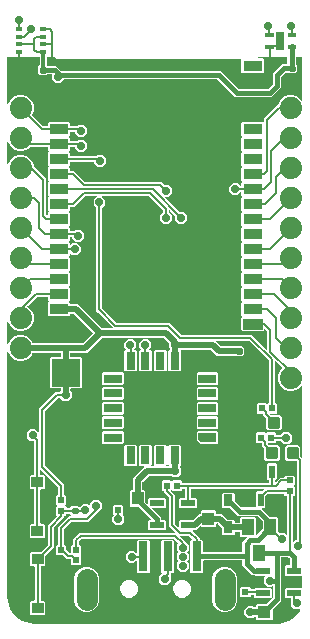
<source format=gbr>
G04 EAGLE Gerber RS-274X export*
G75*
%MOMM*%
%FSLAX34Y34*%
%LPD*%
%INTop Copper*%
%IPPOS*%
%AMOC8*
5,1,8,0,0,1.08239X$1,22.5*%
G01*
%ADD10R,1.200000X0.550000*%
%ADD11R,1.000000X1.100000*%
%ADD12R,1.000000X0.900000*%
%ADD13R,0.600000X0.540000*%
%ADD14C,1.879600*%
%ADD15R,0.800000X1.000000*%
%ADD16R,1.000000X1.400000*%
%ADD17R,0.540000X0.600000*%
%ADD18C,0.300000*%
%ADD19R,0.482600X1.117600*%
%ADD20R,1.100000X1.000000*%
%ADD21R,0.500000X0.500000*%
%ADD22R,1.500000X0.800000*%
%ADD23R,0.800000X1.500000*%
%ADD24R,4.800000X4.800000*%
%ADD25R,0.500000X0.350000*%
%ADD26R,2.403600X2.368000*%
%ADD27C,0.087500*%
%ADD28R,0.700000X1.600000*%
%ADD29C,0.270000*%
%ADD30R,1.600000X0.940000*%
%ADD31C,0.037600*%
%ADD32R,0.800000X2.500000*%
%ADD33C,1.778000*%
%ADD34C,0.706400*%
%ADD35C,0.200000*%
%ADD36C,0.508000*%
%ADD37C,0.609600*%
%ADD38C,0.406400*%
%ADD39C,0.304800*%
%ADD40C,0.254000*%

G36*
X222500Y232166D02*
X222500Y232166D01*
X222526Y232167D01*
X222580Y232196D01*
X222638Y232218D01*
X222655Y232237D01*
X222678Y232249D01*
X222713Y232300D01*
X222755Y232345D01*
X222763Y232370D01*
X222778Y232391D01*
X222793Y232472D01*
X222798Y232483D01*
X222798Y232489D01*
X222805Y232511D01*
X222803Y232521D01*
X222805Y232533D01*
X222805Y247717D01*
X222788Y247791D01*
X222775Y247865D01*
X222768Y247876D01*
X222766Y247885D01*
X222742Y247914D01*
X222694Y247986D01*
X220624Y250056D01*
X220602Y250069D01*
X220586Y250089D01*
X220529Y250114D01*
X220477Y250147D01*
X220451Y250149D01*
X220427Y250160D01*
X220366Y250158D01*
X220304Y250164D01*
X220280Y250154D01*
X220254Y250153D01*
X220200Y250124D01*
X220142Y250102D01*
X220125Y250083D01*
X220102Y250071D01*
X220067Y250020D01*
X220025Y249975D01*
X220017Y249950D01*
X220002Y249929D01*
X219986Y249844D01*
X219975Y249809D01*
X219977Y249799D01*
X219975Y249787D01*
X219975Y248809D01*
X218971Y247805D01*
X201929Y247805D01*
X200925Y248809D01*
X200925Y259251D01*
X201730Y260056D01*
X201741Y260074D01*
X201752Y260083D01*
X201762Y260105D01*
X201791Y260137D01*
X201802Y260172D01*
X201821Y260203D01*
X201826Y260254D01*
X201841Y260303D01*
X201834Y260339D01*
X201838Y260376D01*
X201820Y260423D01*
X201811Y260474D01*
X201787Y260509D01*
X201776Y260538D01*
X201754Y260558D01*
X201730Y260594D01*
X200925Y261398D01*
X200925Y272062D01*
X201675Y272811D01*
X201702Y272854D01*
X201736Y272892D01*
X201747Y272927D01*
X201766Y272958D01*
X201771Y273009D01*
X201786Y273058D01*
X201779Y273094D01*
X201783Y273131D01*
X201765Y273178D01*
X201756Y273229D01*
X201732Y273264D01*
X201721Y273293D01*
X201699Y273314D01*
X201675Y273349D01*
X200925Y274098D01*
X200925Y284762D01*
X201675Y285511D01*
X201702Y285554D01*
X201736Y285592D01*
X201747Y285627D01*
X201766Y285658D01*
X201771Y285709D01*
X201786Y285758D01*
X201779Y285794D01*
X201783Y285831D01*
X201765Y285878D01*
X201756Y285929D01*
X201732Y285964D01*
X201721Y285993D01*
X201699Y286014D01*
X201683Y286037D01*
X201679Y286043D01*
X201678Y286045D01*
X201675Y286049D01*
X200925Y286798D01*
X200925Y297462D01*
X201675Y298211D01*
X201702Y298254D01*
X201736Y298292D01*
X201747Y298327D01*
X201766Y298358D01*
X201771Y298409D01*
X201786Y298458D01*
X201779Y298494D01*
X201783Y298531D01*
X201765Y298578D01*
X201756Y298629D01*
X201732Y298664D01*
X201721Y298693D01*
X201699Y298714D01*
X201675Y298749D01*
X200925Y299498D01*
X200925Y310162D01*
X201675Y310911D01*
X201702Y310954D01*
X201736Y310992D01*
X201747Y311027D01*
X201766Y311058D01*
X201771Y311109D01*
X201786Y311158D01*
X201779Y311194D01*
X201783Y311231D01*
X201765Y311278D01*
X201756Y311329D01*
X201732Y311364D01*
X201721Y311393D01*
X201699Y311414D01*
X201675Y311449D01*
X200925Y312198D01*
X200925Y322862D01*
X201675Y323611D01*
X201702Y323654D01*
X201736Y323692D01*
X201747Y323727D01*
X201766Y323758D01*
X201771Y323809D01*
X201786Y323858D01*
X201779Y323894D01*
X201783Y323931D01*
X201765Y323978D01*
X201756Y324029D01*
X201732Y324064D01*
X201721Y324093D01*
X201699Y324114D01*
X201675Y324149D01*
X200925Y324898D01*
X200925Y335562D01*
X201675Y336311D01*
X201702Y336354D01*
X201736Y336392D01*
X201747Y336427D01*
X201766Y336458D01*
X201771Y336509D01*
X201786Y336558D01*
X201779Y336594D01*
X201783Y336631D01*
X201765Y336678D01*
X201756Y336729D01*
X201732Y336764D01*
X201721Y336793D01*
X201699Y336814D01*
X201675Y336849D01*
X200925Y337598D01*
X200925Y348262D01*
X201675Y349011D01*
X201702Y349054D01*
X201736Y349092D01*
X201747Y349127D01*
X201766Y349158D01*
X201771Y349209D01*
X201786Y349258D01*
X201779Y349294D01*
X201783Y349331D01*
X201765Y349378D01*
X201756Y349429D01*
X201732Y349464D01*
X201721Y349493D01*
X201699Y349514D01*
X201679Y349543D01*
X201678Y349545D01*
X201677Y349546D01*
X201675Y349549D01*
X200925Y350298D01*
X200925Y360962D01*
X201675Y361711D01*
X201702Y361754D01*
X201736Y361792D01*
X201747Y361827D01*
X201766Y361858D01*
X201771Y361909D01*
X201786Y361958D01*
X201779Y361994D01*
X201783Y362031D01*
X201765Y362078D01*
X201756Y362129D01*
X201732Y362164D01*
X201721Y362193D01*
X201699Y362214D01*
X201675Y362249D01*
X200925Y362998D01*
X200925Y365395D01*
X200914Y365445D01*
X200912Y365496D01*
X200894Y365528D01*
X200886Y365564D01*
X200853Y365603D01*
X200829Y365648D01*
X200799Y365669D01*
X200776Y365697D01*
X200729Y365718D01*
X200687Y365748D01*
X200645Y365756D01*
X200617Y365768D01*
X200587Y365767D01*
X200545Y365775D01*
X200364Y365775D01*
X200290Y365758D01*
X200215Y365745D01*
X200205Y365738D01*
X200195Y365736D01*
X200167Y365712D01*
X200095Y365664D01*
X197675Y363243D01*
X193485Y363243D01*
X190523Y366205D01*
X190523Y370395D01*
X193485Y373357D01*
X197675Y373357D01*
X200095Y370936D01*
X200160Y370896D01*
X200222Y370852D01*
X200234Y370850D01*
X200242Y370845D01*
X200279Y370841D01*
X200364Y370825D01*
X200545Y370825D01*
X200595Y370836D01*
X200646Y370838D01*
X200678Y370856D01*
X200714Y370864D01*
X200753Y370897D01*
X200798Y370921D01*
X200819Y370951D01*
X200847Y370974D01*
X200868Y371021D01*
X200898Y371063D01*
X200906Y371105D01*
X200918Y371133D01*
X200917Y371163D01*
X200925Y371205D01*
X200925Y373662D01*
X201675Y374411D01*
X201702Y374454D01*
X201736Y374492D01*
X201747Y374527D01*
X201766Y374558D01*
X201771Y374609D01*
X201786Y374658D01*
X201779Y374694D01*
X201783Y374731D01*
X201765Y374778D01*
X201756Y374829D01*
X201732Y374864D01*
X201721Y374893D01*
X201699Y374914D01*
X201675Y374949D01*
X200925Y375698D01*
X200925Y386362D01*
X201675Y387111D01*
X201702Y387154D01*
X201736Y387192D01*
X201747Y387227D01*
X201766Y387258D01*
X201771Y387309D01*
X201786Y387358D01*
X201779Y387394D01*
X201783Y387431D01*
X201765Y387478D01*
X201756Y387529D01*
X201732Y387564D01*
X201721Y387593D01*
X201699Y387614D01*
X201675Y387649D01*
X200925Y388398D01*
X200925Y399062D01*
X201675Y399811D01*
X201702Y399854D01*
X201736Y399892D01*
X201747Y399927D01*
X201766Y399958D01*
X201771Y400009D01*
X201786Y400058D01*
X201779Y400094D01*
X201783Y400131D01*
X201765Y400178D01*
X201756Y400229D01*
X201732Y400264D01*
X201721Y400293D01*
X201699Y400314D01*
X201675Y400349D01*
X200925Y401098D01*
X200925Y411762D01*
X201675Y412511D01*
X201702Y412554D01*
X201736Y412592D01*
X201747Y412627D01*
X201766Y412658D01*
X201771Y412709D01*
X201786Y412758D01*
X201779Y412794D01*
X201783Y412831D01*
X201765Y412878D01*
X201756Y412929D01*
X201732Y412964D01*
X201721Y412993D01*
X201699Y413014D01*
X201675Y413049D01*
X200925Y413798D01*
X200925Y424462D01*
X201818Y425355D01*
X219085Y425355D01*
X219098Y425347D01*
X219114Y425327D01*
X219171Y425301D01*
X219223Y425269D01*
X219249Y425266D01*
X219273Y425256D01*
X219334Y425258D01*
X219396Y425252D01*
X219420Y425261D01*
X219446Y425262D01*
X219500Y425292D01*
X219558Y425314D01*
X219575Y425333D01*
X219598Y425345D01*
X219633Y425396D01*
X219675Y425441D01*
X219683Y425466D01*
X219698Y425487D01*
X219714Y425571D01*
X219725Y425607D01*
X219723Y425617D01*
X219725Y425629D01*
X219725Y427766D01*
X231364Y439405D01*
X231539Y439405D01*
X231601Y439419D01*
X231664Y439426D01*
X231684Y439439D01*
X231708Y439444D01*
X231757Y439485D01*
X231810Y439519D01*
X231825Y439541D01*
X231841Y439554D01*
X231857Y439589D01*
X231890Y439639D01*
X233310Y443067D01*
X236383Y446140D01*
X240397Y447803D01*
X244743Y447803D01*
X248757Y446140D01*
X251858Y443039D01*
X251880Y443025D01*
X251896Y443005D01*
X251953Y442980D01*
X252005Y442948D01*
X252031Y442945D01*
X252055Y442935D01*
X252116Y442937D01*
X252178Y442931D01*
X252202Y442940D01*
X252228Y442941D01*
X252282Y442971D01*
X252340Y442993D01*
X252357Y443012D01*
X252380Y443024D01*
X252415Y443074D01*
X252457Y443120D01*
X252465Y443144D01*
X252480Y443166D01*
X252496Y443250D01*
X252507Y443286D01*
X252505Y443296D01*
X252507Y443308D01*
X252507Y480020D01*
X252496Y480070D01*
X252494Y480121D01*
X252476Y480153D01*
X252468Y480189D01*
X252435Y480228D01*
X252411Y480273D01*
X252381Y480294D01*
X252358Y480322D01*
X252311Y480343D01*
X252269Y480373D01*
X252227Y480381D01*
X252199Y480393D01*
X252169Y480392D01*
X252127Y480400D01*
X247317Y480400D01*
X247267Y480389D01*
X247216Y480387D01*
X247184Y480369D01*
X247148Y480361D01*
X247109Y480328D01*
X247064Y480304D01*
X247043Y480274D01*
X247015Y480251D01*
X246994Y480204D01*
X246964Y480162D01*
X246956Y480120D01*
X246944Y480092D01*
X246945Y480062D01*
X246937Y480020D01*
X246937Y474536D01*
X246954Y474462D01*
X246967Y474388D01*
X246974Y474377D01*
X246976Y474368D01*
X247000Y474339D01*
X247048Y474267D01*
X248365Y472951D01*
X248365Y467869D01*
X246681Y466185D01*
X240999Y466185D01*
X240443Y466742D01*
X240378Y466782D01*
X240316Y466826D01*
X240304Y466828D01*
X240295Y466833D01*
X240258Y466837D01*
X240174Y466853D01*
X238361Y466853D01*
X238287Y466836D01*
X238212Y466823D01*
X238202Y466816D01*
X238192Y466814D01*
X238163Y466790D01*
X238092Y466742D01*
X234808Y463458D01*
X234768Y463394D01*
X234724Y463331D01*
X234722Y463319D01*
X234717Y463311D01*
X234713Y463274D01*
X234697Y463189D01*
X234697Y454457D01*
X226263Y446023D01*
X195377Y446023D01*
X193182Y448218D01*
X180248Y461152D01*
X180183Y461192D01*
X180122Y461236D01*
X180109Y461238D01*
X180101Y461243D01*
X180064Y461247D01*
X179979Y461263D01*
X50742Y461263D01*
X50668Y461246D01*
X50593Y461233D01*
X50583Y461226D01*
X50573Y461224D01*
X50545Y461200D01*
X50473Y461152D01*
X47815Y458493D01*
X43625Y458493D01*
X40663Y461455D01*
X40663Y465203D01*
X40652Y465253D01*
X40650Y465304D01*
X40632Y465336D01*
X40624Y465372D01*
X40591Y465411D01*
X40567Y465456D01*
X40537Y465477D01*
X40514Y465505D01*
X40467Y465526D01*
X40425Y465556D01*
X40383Y465564D01*
X40355Y465576D01*
X40325Y465575D01*
X40283Y465583D01*
X36686Y465583D01*
X36612Y465566D01*
X36538Y465553D01*
X36527Y465546D01*
X36518Y465544D01*
X36489Y465520D01*
X36417Y465472D01*
X35861Y464915D01*
X30179Y464915D01*
X28495Y466599D01*
X28495Y471681D01*
X29950Y473135D01*
X29990Y473200D01*
X30034Y473262D01*
X30036Y473274D01*
X30041Y473283D01*
X30045Y473320D01*
X30061Y473404D01*
X30061Y480020D01*
X30050Y480070D01*
X30048Y480121D01*
X30030Y480153D01*
X30022Y480189D01*
X29989Y480228D01*
X29965Y480273D01*
X29935Y480294D01*
X29912Y480322D01*
X29865Y480343D01*
X29823Y480373D01*
X29781Y480381D01*
X29753Y480393D01*
X29723Y480392D01*
X29681Y480400D01*
X3143Y480400D01*
X3093Y480389D01*
X3042Y480387D01*
X3010Y480369D01*
X2974Y480361D01*
X2935Y480328D01*
X2890Y480304D01*
X2869Y480274D01*
X2841Y480251D01*
X2820Y480204D01*
X2790Y480162D01*
X2782Y480120D01*
X2770Y480092D01*
X2771Y480062D01*
X2763Y480020D01*
X2763Y440277D01*
X2766Y440265D01*
X2764Y440252D01*
X2785Y440181D01*
X2802Y440109D01*
X2810Y440099D01*
X2814Y440086D01*
X2865Y440032D01*
X2912Y439975D01*
X2924Y439970D01*
X2933Y439960D01*
X3003Y439934D01*
X3071Y439904D01*
X3084Y439905D01*
X3096Y439900D01*
X3169Y439908D01*
X3244Y439911D01*
X3255Y439917D01*
X3268Y439918D01*
X3331Y439958D01*
X3396Y439993D01*
X3403Y440004D01*
X3414Y440011D01*
X3494Y440132D01*
X4710Y443067D01*
X7783Y446140D01*
X11797Y447803D01*
X16143Y447803D01*
X20157Y446140D01*
X23230Y443067D01*
X24893Y439053D01*
X24893Y434707D01*
X23473Y431280D01*
X23463Y431217D01*
X23445Y431156D01*
X23449Y431132D01*
X23445Y431109D01*
X23463Y431048D01*
X23474Y430985D01*
X23489Y430963D01*
X23495Y430943D01*
X23521Y430916D01*
X23555Y430865D01*
X32654Y421766D01*
X32719Y421726D01*
X32781Y421682D01*
X32793Y421680D01*
X32802Y421675D01*
X32839Y421671D01*
X32923Y421655D01*
X36355Y421655D01*
X36405Y421666D01*
X36456Y421668D01*
X36488Y421686D01*
X36524Y421694D01*
X36563Y421727D01*
X36608Y421751D01*
X36629Y421781D01*
X36657Y421804D01*
X36678Y421851D01*
X36708Y421893D01*
X36716Y421935D01*
X36728Y421963D01*
X36727Y421993D01*
X36735Y422035D01*
X36735Y424462D01*
X37628Y425355D01*
X54892Y425355D01*
X55785Y424462D01*
X55785Y422035D01*
X55796Y421985D01*
X55798Y421934D01*
X55816Y421902D01*
X55824Y421866D01*
X55857Y421827D01*
X55881Y421782D01*
X55911Y421761D01*
X55934Y421733D01*
X55981Y421712D01*
X56023Y421682D01*
X56065Y421674D01*
X56093Y421662D01*
X56123Y421663D01*
X56165Y421655D01*
X61286Y421655D01*
X61360Y421672D01*
X61435Y421685D01*
X61445Y421692D01*
X61455Y421694D01*
X61483Y421718D01*
X61555Y421766D01*
X62675Y422887D01*
X66865Y422887D01*
X69827Y419925D01*
X69827Y415735D01*
X66865Y412773D01*
X62675Y412773D01*
X59713Y415735D01*
X59713Y416225D01*
X59702Y416275D01*
X59700Y416326D01*
X59682Y416358D01*
X59674Y416394D01*
X59641Y416433D01*
X59617Y416478D01*
X59587Y416499D01*
X59564Y416527D01*
X59517Y416548D01*
X59475Y416578D01*
X59433Y416586D01*
X59405Y416598D01*
X59375Y416597D01*
X59333Y416605D01*
X56165Y416605D01*
X56115Y416594D01*
X56064Y416592D01*
X56032Y416574D01*
X55996Y416566D01*
X55957Y416533D01*
X55912Y416509D01*
X55891Y416479D01*
X55863Y416456D01*
X55842Y416409D01*
X55812Y416367D01*
X55804Y416325D01*
X55792Y416297D01*
X55792Y416289D01*
X55793Y416265D01*
X55785Y416225D01*
X55785Y413798D01*
X55035Y413049D01*
X55025Y413032D01*
X55016Y413025D01*
X55006Y413003D01*
X54974Y412968D01*
X54963Y412933D01*
X54944Y412902D01*
X54939Y412851D01*
X54924Y412802D01*
X54931Y412766D01*
X54927Y412729D01*
X54945Y412682D01*
X54954Y412631D01*
X54978Y412596D01*
X54989Y412567D01*
X55011Y412546D01*
X55035Y412511D01*
X55785Y411762D01*
X55785Y409335D01*
X55796Y409285D01*
X55798Y409234D01*
X55816Y409202D01*
X55824Y409166D01*
X55857Y409127D01*
X55881Y409082D01*
X55911Y409061D01*
X55934Y409033D01*
X55981Y409012D01*
X56023Y408982D01*
X56065Y408974D01*
X56093Y408962D01*
X56123Y408963D01*
X56165Y408955D01*
X61286Y408955D01*
X61360Y408972D01*
X61435Y408985D01*
X61445Y408992D01*
X61455Y408994D01*
X61483Y409018D01*
X61555Y409066D01*
X62675Y410187D01*
X66865Y410187D01*
X69827Y407225D01*
X69827Y403035D01*
X66865Y400073D01*
X62675Y400073D01*
X59713Y403035D01*
X59713Y403525D01*
X59702Y403575D01*
X59700Y403626D01*
X59682Y403658D01*
X59674Y403694D01*
X59641Y403733D01*
X59617Y403778D01*
X59587Y403799D01*
X59564Y403827D01*
X59517Y403848D01*
X59475Y403878D01*
X59433Y403886D01*
X59405Y403898D01*
X59375Y403897D01*
X59333Y403905D01*
X56165Y403905D01*
X56115Y403894D01*
X56064Y403892D01*
X56032Y403874D01*
X55996Y403866D01*
X55957Y403833D01*
X55912Y403809D01*
X55891Y403779D01*
X55863Y403756D01*
X55842Y403709D01*
X55812Y403667D01*
X55804Y403625D01*
X55792Y403597D01*
X55793Y403567D01*
X55785Y403525D01*
X55785Y401098D01*
X55035Y400349D01*
X55008Y400306D01*
X54974Y400268D01*
X54963Y400233D01*
X54944Y400202D01*
X54939Y400151D01*
X54924Y400102D01*
X54931Y400066D01*
X54927Y400029D01*
X54945Y399982D01*
X54954Y399931D01*
X54978Y399896D01*
X54989Y399867D01*
X55011Y399846D01*
X55035Y399811D01*
X55785Y399062D01*
X55785Y396635D01*
X55796Y396585D01*
X55798Y396534D01*
X55816Y396502D01*
X55824Y396466D01*
X55857Y396427D01*
X55881Y396382D01*
X55911Y396361D01*
X55934Y396333D01*
X55981Y396312D01*
X56023Y396282D01*
X56065Y396274D01*
X56093Y396262D01*
X56123Y396263D01*
X56165Y396255D01*
X77796Y396255D01*
X77870Y396272D01*
X77945Y396285D01*
X77955Y396292D01*
X77965Y396294D01*
X77993Y396318D01*
X78065Y396366D01*
X79185Y397487D01*
X83375Y397487D01*
X86337Y394525D01*
X86337Y390335D01*
X83375Y387373D01*
X79185Y387373D01*
X76223Y390335D01*
X76223Y390825D01*
X76212Y390875D01*
X76210Y390926D01*
X76192Y390958D01*
X76184Y390994D01*
X76151Y391033D01*
X76127Y391078D01*
X76097Y391099D01*
X76074Y391127D01*
X76027Y391148D01*
X75985Y391178D01*
X75943Y391186D01*
X75915Y391198D01*
X75885Y391197D01*
X75843Y391205D01*
X56165Y391205D01*
X56115Y391194D01*
X56064Y391192D01*
X56032Y391174D01*
X55996Y391166D01*
X55957Y391133D01*
X55912Y391109D01*
X55891Y391079D01*
X55863Y391056D01*
X55842Y391009D01*
X55812Y390967D01*
X55804Y390925D01*
X55792Y390897D01*
X55793Y390867D01*
X55785Y390825D01*
X55785Y388398D01*
X55035Y387649D01*
X55008Y387606D01*
X54974Y387568D01*
X54963Y387533D01*
X54944Y387502D01*
X54939Y387451D01*
X54924Y387402D01*
X54931Y387366D01*
X54927Y387329D01*
X54945Y387282D01*
X54954Y387231D01*
X54978Y387196D01*
X54989Y387167D01*
X55011Y387146D01*
X55035Y387111D01*
X55785Y386362D01*
X55785Y383935D01*
X55796Y383885D01*
X55798Y383834D01*
X55816Y383802D01*
X55824Y383766D01*
X55857Y383727D01*
X55881Y383682D01*
X55911Y383661D01*
X55934Y383633D01*
X55981Y383612D01*
X56023Y383582D01*
X56065Y383574D01*
X56093Y383562D01*
X56123Y383563D01*
X56165Y383555D01*
X59436Y383555D01*
X68317Y374674D01*
X68381Y374634D01*
X68443Y374590D01*
X68455Y374588D01*
X68464Y374583D01*
X68501Y374579D01*
X68585Y374563D01*
X133198Y374563D01*
X135562Y372198D01*
X135627Y372158D01*
X135689Y372114D01*
X135701Y372112D01*
X135710Y372107D01*
X135747Y372103D01*
X135831Y372087D01*
X139255Y372087D01*
X142217Y369125D01*
X142217Y364935D01*
X139255Y361973D01*
X136545Y361973D01*
X136520Y361967D01*
X136494Y361970D01*
X136437Y361948D01*
X136377Y361934D01*
X136357Y361917D01*
X136333Y361908D01*
X136291Y361863D01*
X136243Y361824D01*
X136232Y361800D01*
X136215Y361781D01*
X136197Y361722D01*
X136172Y361665D01*
X136173Y361640D01*
X136166Y361615D01*
X136176Y361554D01*
X136179Y361492D01*
X136191Y361470D01*
X136195Y361444D01*
X136244Y361373D01*
X136261Y361340D01*
X136269Y361334D01*
X136276Y361324D01*
X148262Y349338D01*
X148327Y349298D01*
X148389Y349254D01*
X148401Y349252D01*
X148410Y349247D01*
X148447Y349243D01*
X148531Y349227D01*
X151955Y349227D01*
X154917Y346265D01*
X154917Y342075D01*
X151955Y339113D01*
X147765Y339113D01*
X144803Y342075D01*
X144803Y345499D01*
X144791Y345550D01*
X144790Y345590D01*
X144780Y345609D01*
X144773Y345647D01*
X144766Y345658D01*
X144764Y345667D01*
X144740Y345696D01*
X144692Y345768D01*
X140334Y350126D01*
X140312Y350139D01*
X140296Y350159D01*
X140239Y350184D01*
X140187Y350217D01*
X140161Y350219D01*
X140137Y350230D01*
X140076Y350228D01*
X140014Y350234D01*
X139990Y350224D01*
X139964Y350223D01*
X139910Y350194D01*
X139852Y350172D01*
X139835Y350153D01*
X139812Y350141D01*
X139777Y350090D01*
X139735Y350045D01*
X139727Y350020D01*
X139712Y349999D01*
X139696Y349914D01*
X139685Y349879D01*
X139687Y349869D01*
X139685Y349857D01*
X139685Y348954D01*
X139702Y348880D01*
X139715Y348805D01*
X139722Y348795D01*
X139724Y348785D01*
X139748Y348757D01*
X139796Y348685D01*
X142217Y346265D01*
X142217Y342075D01*
X139255Y339113D01*
X135065Y339113D01*
X132103Y342075D01*
X132103Y346265D01*
X134524Y348685D01*
X134564Y348750D01*
X134608Y348812D01*
X134610Y348824D01*
X134615Y348832D01*
X134619Y348869D01*
X134635Y348954D01*
X134635Y350312D01*
X134618Y350386D01*
X134605Y350461D01*
X134598Y350471D01*
X134596Y350481D01*
X134572Y350510D01*
X134524Y350581D01*
X122973Y362132D01*
X122909Y362172D01*
X122846Y362216D01*
X122834Y362218D01*
X122826Y362223D01*
X122789Y362227D01*
X122704Y362243D01*
X83547Y362243D01*
X83522Y362237D01*
X83496Y362240D01*
X83439Y362218D01*
X83378Y362204D01*
X83358Y362187D01*
X83334Y362178D01*
X83292Y362133D01*
X83245Y362094D01*
X83234Y362070D01*
X83217Y362051D01*
X83199Y361992D01*
X83174Y361936D01*
X83175Y361910D01*
X83167Y361885D01*
X83178Y361824D01*
X83180Y361762D01*
X83193Y361740D01*
X83197Y361714D01*
X83245Y361643D01*
X83263Y361610D01*
X83271Y361604D01*
X83278Y361594D01*
X85803Y359070D01*
X85803Y354881D01*
X82755Y351833D01*
X82735Y351822D01*
X82714Y351792D01*
X82686Y351769D01*
X82665Y351722D01*
X82635Y351680D01*
X82627Y351639D01*
X82615Y351611D01*
X82616Y351580D01*
X82608Y351538D01*
X82608Y267560D01*
X82625Y267486D01*
X82638Y267412D01*
X82645Y267401D01*
X82647Y267392D01*
X82671Y267363D01*
X82719Y267291D01*
X94914Y255096D01*
X94979Y255056D01*
X95041Y255012D01*
X95053Y255010D01*
X95062Y255005D01*
X95099Y255001D01*
X95183Y254985D01*
X139798Y254985D01*
X149577Y245206D01*
X149641Y245166D01*
X149703Y245122D01*
X149716Y245120D01*
X149724Y245115D01*
X149761Y245111D01*
X149846Y245095D01*
X209326Y245095D01*
X210916Y243504D01*
X222156Y232264D01*
X222178Y232251D01*
X222194Y232231D01*
X222251Y232206D01*
X222303Y232173D01*
X222329Y232171D01*
X222353Y232160D01*
X222414Y232162D01*
X222476Y232156D01*
X222500Y232166D01*
G37*
G36*
X56105Y60052D02*
X56105Y60052D01*
X56156Y60054D01*
X56188Y60072D01*
X56224Y60080D01*
X56263Y60113D01*
X56308Y60137D01*
X56329Y60167D01*
X56357Y60190D01*
X56378Y60237D01*
X56408Y60279D01*
X56416Y60321D01*
X56428Y60349D01*
X56427Y60379D01*
X56435Y60421D01*
X56435Y66072D01*
X57328Y66965D01*
X58055Y66965D01*
X58105Y66976D01*
X58156Y66978D01*
X58188Y66996D01*
X58224Y67004D01*
X58263Y67037D01*
X58308Y67061D01*
X58329Y67091D01*
X58357Y67114D01*
X58378Y67161D01*
X58408Y67203D01*
X58416Y67245D01*
X58428Y67273D01*
X58427Y67303D01*
X58435Y67345D01*
X58435Y72166D01*
X63724Y77455D01*
X144117Y77455D01*
X144142Y77461D01*
X144168Y77458D01*
X144225Y77480D01*
X144285Y77494D01*
X144305Y77511D01*
X144329Y77520D01*
X144371Y77565D01*
X144419Y77604D01*
X144430Y77628D01*
X144447Y77647D01*
X144465Y77706D01*
X144490Y77763D01*
X144489Y77788D01*
X144496Y77813D01*
X144486Y77874D01*
X144483Y77936D01*
X144471Y77958D01*
X144467Y77984D01*
X144418Y78055D01*
X144401Y78088D01*
X144393Y78094D01*
X144386Y78104D01*
X139475Y83014D01*
X139475Y106987D01*
X139458Y107061D01*
X139445Y107135D01*
X139438Y107146D01*
X139436Y107155D01*
X139412Y107184D01*
X139364Y107256D01*
X135013Y111607D01*
X135013Y112245D01*
X135001Y112295D01*
X134999Y112346D01*
X134981Y112378D01*
X134973Y112414D01*
X134941Y112453D01*
X134916Y112498D01*
X134886Y112519D01*
X134863Y112547D01*
X134816Y112568D01*
X134775Y112598D01*
X134733Y112606D01*
X134705Y112618D01*
X134674Y112617D01*
X134632Y112625D01*
X134206Y112625D01*
X133313Y113518D01*
X133313Y120782D01*
X134206Y121675D01*
X140869Y121675D01*
X141588Y120955D01*
X141632Y120928D01*
X141669Y120894D01*
X141704Y120883D01*
X141736Y120864D01*
X141786Y120859D01*
X141835Y120844D01*
X141872Y120851D01*
X141908Y120847D01*
X141956Y120865D01*
X142006Y120874D01*
X142041Y120898D01*
X142070Y120909D01*
X142091Y120931D01*
X142126Y120955D01*
X142846Y121675D01*
X149509Y121675D01*
X150402Y120782D01*
X150402Y120055D01*
X150414Y120005D01*
X150416Y119954D01*
X150433Y119922D01*
X150441Y119886D01*
X150474Y119847D01*
X150498Y119802D01*
X150528Y119781D01*
X150552Y119753D01*
X150598Y119732D01*
X150640Y119702D01*
X150682Y119694D01*
X150710Y119682D01*
X150740Y119683D01*
X150782Y119675D01*
X223785Y119675D01*
X223835Y119686D01*
X223886Y119688D01*
X223918Y119706D01*
X223954Y119714D01*
X223993Y119747D01*
X224038Y119771D01*
X224059Y119801D01*
X224087Y119824D01*
X224108Y119871D01*
X224138Y119913D01*
X224146Y119955D01*
X224158Y119983D01*
X224157Y120013D01*
X224165Y120055D01*
X224165Y121615D01*
X224154Y121665D01*
X224152Y121716D01*
X224134Y121748D01*
X224126Y121784D01*
X224093Y121823D01*
X224069Y121868D01*
X224039Y121889D01*
X224016Y121917D01*
X223969Y121938D01*
X223927Y121968D01*
X223885Y121976D01*
X223857Y121988D01*
X223827Y121987D01*
X223785Y121995D01*
X223645Y121995D01*
X222752Y122888D01*
X222752Y135328D01*
X223645Y136221D01*
X229735Y136221D01*
X230628Y135328D01*
X230628Y122888D01*
X229735Y121995D01*
X229595Y121995D01*
X229545Y121984D01*
X229494Y121982D01*
X229462Y121964D01*
X229426Y121956D01*
X229387Y121923D01*
X229342Y121899D01*
X229321Y121869D01*
X229293Y121846D01*
X229272Y121799D01*
X229242Y121757D01*
X229234Y121715D01*
X229222Y121687D01*
X229223Y121657D01*
X229215Y121615D01*
X229215Y120673D01*
X229221Y120648D01*
X229218Y120622D01*
X229240Y120565D01*
X229254Y120505D01*
X229271Y120485D01*
X229280Y120461D01*
X229325Y120419D01*
X229364Y120371D01*
X229388Y120360D01*
X229407Y120343D01*
X229466Y120325D01*
X229523Y120300D01*
X229548Y120301D01*
X229573Y120294D01*
X229634Y120304D01*
X229696Y120307D01*
X229718Y120319D01*
X229744Y120323D01*
X229815Y120372D01*
X229848Y120389D01*
X229854Y120397D01*
X229864Y120404D01*
X233524Y124065D01*
X236885Y124065D01*
X236935Y124076D01*
X236986Y124078D01*
X237018Y124096D01*
X237054Y124104D01*
X237093Y124137D01*
X237138Y124161D01*
X237159Y124191D01*
X237187Y124214D01*
X237208Y124261D01*
X237238Y124303D01*
X237246Y124345D01*
X237258Y124373D01*
X237257Y124403D01*
X237265Y124445D01*
X237265Y124872D01*
X238158Y125765D01*
X245422Y125765D01*
X246315Y124872D01*
X246315Y118208D01*
X245595Y117489D01*
X245568Y117446D01*
X245534Y117408D01*
X245523Y117373D01*
X245504Y117342D01*
X245499Y117291D01*
X245484Y117242D01*
X245491Y117206D01*
X245487Y117169D01*
X245505Y117122D01*
X245514Y117071D01*
X245538Y117036D01*
X245549Y117007D01*
X245571Y116986D01*
X245595Y116951D01*
X246315Y116232D01*
X246315Y109568D01*
X245422Y108675D01*
X244695Y108675D01*
X244645Y108664D01*
X244594Y108662D01*
X244562Y108644D01*
X244526Y108636D01*
X244487Y108603D01*
X244442Y108579D01*
X244421Y108549D01*
X244393Y108526D01*
X244372Y108479D01*
X244342Y108437D01*
X244334Y108395D01*
X244322Y108367D01*
X244323Y108337D01*
X244315Y108295D01*
X244315Y69504D01*
X244321Y69479D01*
X244318Y69453D01*
X244340Y69395D01*
X244354Y69335D01*
X244371Y69315D01*
X244380Y69291D01*
X244425Y69249D01*
X244464Y69202D01*
X244488Y69191D01*
X244507Y69174D01*
X244566Y69156D01*
X244623Y69131D01*
X244648Y69132D01*
X244673Y69124D01*
X244734Y69135D01*
X244796Y69137D01*
X244818Y69150D01*
X244844Y69154D01*
X244915Y69202D01*
X244948Y69220D01*
X244954Y69228D01*
X244964Y69235D01*
X246825Y71097D01*
X247285Y71097D01*
X247335Y71108D01*
X247386Y71110D01*
X247418Y71128D01*
X247454Y71136D01*
X247493Y71169D01*
X247538Y71193D01*
X247559Y71223D01*
X247587Y71246D01*
X247608Y71293D01*
X247638Y71335D01*
X247646Y71377D01*
X247658Y71405D01*
X247657Y71435D01*
X247665Y71477D01*
X247665Y137767D01*
X247648Y137841D01*
X247635Y137915D01*
X247628Y137926D01*
X247626Y137935D01*
X247602Y137964D01*
X247554Y138036D01*
X247356Y138234D01*
X247291Y138274D01*
X247229Y138318D01*
X247217Y138320D01*
X247208Y138325D01*
X247171Y138329D01*
X247087Y138345D01*
X239537Y138345D01*
X237765Y140117D01*
X237765Y149623D01*
X239537Y151395D01*
X249043Y151395D01*
X250815Y149623D01*
X250815Y142073D01*
X250832Y141999D01*
X250845Y141925D01*
X250852Y141914D01*
X250854Y141905D01*
X250878Y141876D01*
X250926Y141804D01*
X251124Y141606D01*
X251858Y140872D01*
X251880Y140859D01*
X251896Y140839D01*
X251953Y140814D01*
X252005Y140781D01*
X252031Y140779D01*
X252055Y140768D01*
X252116Y140770D01*
X252178Y140764D01*
X252202Y140774D01*
X252228Y140775D01*
X252282Y140804D01*
X252340Y140826D01*
X252357Y140845D01*
X252380Y140857D01*
X252415Y140908D01*
X252457Y140953D01*
X252465Y140978D01*
X252480Y140999D01*
X252496Y141084D01*
X252507Y141119D01*
X252505Y141129D01*
X252507Y141141D01*
X252507Y201852D01*
X252501Y201877D01*
X252504Y201903D01*
X252482Y201961D01*
X252468Y202021D01*
X252451Y202041D01*
X252442Y202065D01*
X252397Y202107D01*
X252358Y202155D01*
X252334Y202165D01*
X252315Y202183D01*
X252256Y202200D01*
X252199Y202225D01*
X252174Y202225D01*
X252149Y202232D01*
X252088Y202221D01*
X252026Y202219D01*
X252004Y202207D01*
X251978Y202202D01*
X251907Y202154D01*
X251874Y202136D01*
X251868Y202128D01*
X251858Y202121D01*
X248757Y199020D01*
X244743Y197357D01*
X240397Y197357D01*
X236383Y199020D01*
X233310Y202093D01*
X231647Y206107D01*
X231647Y210453D01*
X233310Y214467D01*
X235337Y216494D01*
X235364Y216537D01*
X235398Y216575D01*
X235409Y216610D01*
X235428Y216641D01*
X235433Y216692D01*
X235448Y216741D01*
X235441Y216777D01*
X235445Y216814D01*
X235427Y216861D01*
X235418Y216912D01*
X235394Y216947D01*
X235383Y216975D01*
X235361Y216996D01*
X235337Y217032D01*
X229928Y222441D01*
X229906Y222454D01*
X229890Y222474D01*
X229833Y222499D01*
X229781Y222532D01*
X229755Y222534D01*
X229732Y222545D01*
X229670Y222543D01*
X229608Y222548D01*
X229584Y222539D01*
X229558Y222538D01*
X229504Y222509D01*
X229446Y222487D01*
X229429Y222468D01*
X229406Y222456D01*
X229371Y222405D01*
X229329Y222360D01*
X229321Y222335D01*
X229306Y222314D01*
X229290Y222229D01*
X229279Y222194D01*
X229281Y222184D01*
X229279Y222172D01*
X229279Y187507D01*
X229290Y187457D01*
X229292Y187406D01*
X229310Y187374D01*
X229318Y187338D01*
X229351Y187299D01*
X229375Y187254D01*
X229405Y187233D01*
X229428Y187204D01*
X229475Y187183D01*
X229517Y187154D01*
X229559Y187146D01*
X229587Y187133D01*
X229617Y187135D01*
X229659Y187126D01*
X230086Y187126D01*
X230979Y186233D01*
X230979Y178970D01*
X230086Y178077D01*
X225587Y178077D01*
X225562Y178071D01*
X225536Y178074D01*
X225479Y178052D01*
X225418Y178037D01*
X225398Y178021D01*
X225374Y178012D01*
X225332Y177967D01*
X225285Y177927D01*
X225274Y177904D01*
X225257Y177885D01*
X225239Y177826D01*
X225214Y177769D01*
X225215Y177743D01*
X225207Y177719D01*
X225218Y177658D01*
X225220Y177596D01*
X225233Y177573D01*
X225237Y177548D01*
X225285Y177476D01*
X225303Y177444D01*
X225311Y177438D01*
X225318Y177428D01*
X225652Y177094D01*
X225716Y177054D01*
X225778Y177011D01*
X225790Y177008D01*
X225799Y177003D01*
X225836Y176999D01*
X225920Y176983D01*
X233349Y176983D01*
X235121Y175211D01*
X235121Y165705D01*
X233349Y163934D01*
X223843Y163934D01*
X222071Y165705D01*
X222071Y173376D01*
X222054Y173450D01*
X222041Y173525D01*
X222034Y173535D01*
X222032Y173545D01*
X222008Y173574D01*
X221960Y173645D01*
X219035Y176570D01*
X219035Y177697D01*
X219024Y177746D01*
X219022Y177797D01*
X219004Y177830D01*
X218996Y177865D01*
X218963Y177905D01*
X218939Y177950D01*
X218909Y177971D01*
X218886Y177999D01*
X218839Y178020D01*
X218797Y178049D01*
X218755Y178057D01*
X218728Y178070D01*
X218697Y178069D01*
X218655Y178077D01*
X214782Y178077D01*
X213889Y178970D01*
X213889Y186233D01*
X214782Y187126D01*
X221446Y187126D01*
X222165Y186407D01*
X222209Y186380D01*
X222246Y186345D01*
X222281Y186335D01*
X222312Y186315D01*
X222363Y186311D01*
X222412Y186296D01*
X222448Y186302D01*
X222485Y186299D01*
X222533Y186317D01*
X222583Y186326D01*
X222618Y186350D01*
X222647Y186361D01*
X222668Y186383D01*
X222703Y186407D01*
X223422Y187126D01*
X223849Y187126D01*
X223899Y187138D01*
X223950Y187140D01*
X223982Y187157D01*
X224018Y187166D01*
X224057Y187198D01*
X224102Y187223D01*
X224123Y187253D01*
X224151Y187276D01*
X224172Y187323D01*
X224202Y187364D01*
X224210Y187406D01*
X224222Y187434D01*
X224221Y187465D01*
X224229Y187507D01*
X224229Y222893D01*
X224212Y222967D01*
X224199Y223041D01*
X224192Y223052D01*
X224190Y223061D01*
X224166Y223090D01*
X224118Y223162D01*
X207346Y239934D01*
X207281Y239974D01*
X207219Y240018D01*
X207207Y240020D01*
X207198Y240025D01*
X207161Y240029D01*
X207077Y240045D01*
X179371Y240045D01*
X179346Y240039D01*
X179320Y240042D01*
X179263Y240020D01*
X179202Y240006D01*
X179182Y239989D01*
X179158Y239980D01*
X179116Y239935D01*
X179069Y239896D01*
X179058Y239872D01*
X179041Y239853D01*
X179023Y239794D01*
X178998Y239737D01*
X178999Y239712D01*
X178991Y239687D01*
X179002Y239626D01*
X179004Y239564D01*
X179017Y239542D01*
X179021Y239516D01*
X179069Y239445D01*
X179087Y239412D01*
X179095Y239406D01*
X179102Y239396D01*
X180706Y237792D01*
X183182Y235316D01*
X183247Y235276D01*
X183309Y235232D01*
X183321Y235230D01*
X183330Y235225D01*
X183367Y235221D01*
X183451Y235205D01*
X195722Y235205D01*
X195796Y235222D01*
X195871Y235235D01*
X195881Y235242D01*
X195890Y235244D01*
X195919Y235268D01*
X195991Y235316D01*
X196339Y235665D01*
X201421Y235665D01*
X203105Y233981D01*
X203105Y228299D01*
X201421Y226615D01*
X196339Y226615D01*
X195991Y226964D01*
X195926Y227004D01*
X195864Y227048D01*
X195852Y227050D01*
X195843Y227055D01*
X195806Y227059D01*
X195722Y227075D01*
X179926Y227075D01*
X174958Y232044D01*
X174893Y232084D01*
X174831Y232128D01*
X174819Y232130D01*
X174810Y232135D01*
X174773Y232139D01*
X174689Y232155D01*
X149879Y232155D01*
X149854Y232149D01*
X149828Y232152D01*
X149770Y232130D01*
X149710Y232116D01*
X149690Y232099D01*
X149666Y232090D01*
X149624Y232045D01*
X149577Y232006D01*
X149566Y231982D01*
X149549Y231963D01*
X149531Y231904D01*
X149506Y231847D01*
X149507Y231822D01*
X149499Y231797D01*
X149510Y231736D01*
X149512Y231674D01*
X149525Y231652D01*
X149529Y231626D01*
X149577Y231555D01*
X149595Y231522D01*
X149603Y231516D01*
X149610Y231506D01*
X150105Y231012D01*
X150105Y214748D01*
X149212Y213855D01*
X139948Y213855D01*
X139055Y214748D01*
X139055Y231012D01*
X139948Y231905D01*
X140135Y231905D01*
X140185Y231916D01*
X140236Y231918D01*
X140268Y231936D01*
X140304Y231944D01*
X140343Y231977D01*
X140388Y232001D01*
X140409Y232031D01*
X140437Y232054D01*
X140458Y232101D01*
X140488Y232143D01*
X140496Y232185D01*
X140508Y232213D01*
X140507Y232243D01*
X140515Y232285D01*
X140515Y233176D01*
X140498Y233250D01*
X140485Y233325D01*
X140478Y233335D01*
X140476Y233345D01*
X140452Y233373D01*
X140404Y233445D01*
X139723Y234125D01*
X139723Y237511D01*
X139711Y237563D01*
X139710Y237599D01*
X139700Y237616D01*
X139693Y237660D01*
X139686Y237670D01*
X139684Y237680D01*
X139660Y237708D01*
X139612Y237780D01*
X135188Y242204D01*
X135123Y242244D01*
X135061Y242288D01*
X135049Y242290D01*
X135040Y242295D01*
X135003Y242299D01*
X134919Y242315D01*
X83121Y242315D01*
X83047Y242298D01*
X82972Y242285D01*
X82962Y242278D01*
X82952Y242276D01*
X82924Y242252D01*
X82852Y242204D01*
X70264Y229615D01*
X56515Y229615D01*
X56465Y229604D01*
X56414Y229602D01*
X56382Y229584D01*
X56346Y229576D01*
X56307Y229543D01*
X56262Y229519D01*
X56241Y229489D01*
X56213Y229466D01*
X56192Y229419D01*
X56162Y229377D01*
X56154Y229335D01*
X56142Y229307D01*
X56143Y229277D01*
X56135Y229235D01*
X56135Y226567D01*
X56146Y226517D01*
X56148Y226466D01*
X56166Y226434D01*
X56174Y226398D01*
X56207Y226359D01*
X56231Y226314D01*
X56261Y226293D01*
X56284Y226265D01*
X56331Y226244D01*
X56373Y226214D01*
X56415Y226206D01*
X56443Y226194D01*
X56473Y226195D01*
X56515Y226187D01*
X64720Y226187D01*
X65613Y225294D01*
X65613Y200350D01*
X64720Y199457D01*
X56515Y199457D01*
X56465Y199446D01*
X56414Y199444D01*
X56382Y199426D01*
X56346Y199418D01*
X56307Y199385D01*
X56262Y199361D01*
X56241Y199331D01*
X56213Y199308D01*
X56192Y199261D01*
X56162Y199219D01*
X56154Y199177D01*
X56142Y199149D01*
X56143Y199119D01*
X56135Y199077D01*
X56135Y197554D01*
X56147Y197501D01*
X56148Y197472D01*
X56156Y197458D01*
X56165Y197405D01*
X56172Y197395D01*
X56174Y197385D01*
X56198Y197357D01*
X56246Y197285D01*
X57127Y196405D01*
X57127Y192215D01*
X54165Y189253D01*
X49975Y189253D01*
X47555Y191674D01*
X47490Y191714D01*
X47428Y191758D01*
X47416Y191760D01*
X47408Y191765D01*
X47371Y191769D01*
X47286Y191785D01*
X45653Y191785D01*
X45579Y191768D01*
X45505Y191755D01*
X45494Y191748D01*
X45485Y191746D01*
X45456Y191722D01*
X45384Y191674D01*
X34386Y180676D01*
X34346Y180611D01*
X34302Y180549D01*
X34300Y180537D01*
X34295Y180528D01*
X34291Y180491D01*
X34275Y180407D01*
X34275Y134553D01*
X34292Y134479D01*
X34305Y134405D01*
X34312Y134394D01*
X34314Y134385D01*
X34338Y134356D01*
X34386Y134284D01*
X50785Y117886D01*
X50785Y109255D01*
X50796Y109205D01*
X50798Y109154D01*
X50816Y109122D01*
X50824Y109086D01*
X50857Y109047D01*
X50881Y109002D01*
X50911Y108981D01*
X50934Y108953D01*
X50981Y108932D01*
X51023Y108902D01*
X51065Y108894D01*
X51093Y108882D01*
X51123Y108883D01*
X51165Y108875D01*
X51892Y108875D01*
X52785Y107982D01*
X52785Y101318D01*
X52065Y100599D01*
X52038Y100556D01*
X52004Y100518D01*
X51993Y100483D01*
X51974Y100452D01*
X51969Y100401D01*
X51954Y100352D01*
X51961Y100316D01*
X51957Y100279D01*
X51975Y100232D01*
X51984Y100181D01*
X52008Y100146D01*
X52019Y100117D01*
X52041Y100096D01*
X52065Y100061D01*
X52785Y99342D01*
X52785Y98915D01*
X52796Y98865D01*
X52798Y98814D01*
X52816Y98782D01*
X52824Y98746D01*
X52857Y98707D01*
X52881Y98662D01*
X52911Y98641D01*
X52934Y98613D01*
X52981Y98592D01*
X53023Y98562D01*
X53065Y98554D01*
X53093Y98542D01*
X53123Y98543D01*
X53165Y98535D01*
X54992Y98535D01*
X55066Y98552D01*
X55140Y98565D01*
X55151Y98572D01*
X55160Y98574D01*
X55189Y98598D01*
X55261Y98646D01*
X56849Y100235D01*
X62531Y100235D01*
X63568Y99197D01*
X63612Y99170D01*
X63649Y99136D01*
X63675Y99128D01*
X63693Y99115D01*
X63703Y99113D01*
X63715Y99106D01*
X63766Y99101D01*
X63815Y99087D01*
X63829Y99089D01*
X63835Y99088D01*
X63839Y99088D01*
X63858Y99092D01*
X63888Y99089D01*
X63936Y99107D01*
X63986Y99116D01*
X63999Y99125D01*
X64008Y99127D01*
X64025Y99142D01*
X64050Y99151D01*
X64071Y99173D01*
X64106Y99197D01*
X66485Y101577D01*
X70675Y101577D01*
X71764Y100487D01*
X71786Y100474D01*
X71802Y100454D01*
X71859Y100428D01*
X71911Y100396D01*
X71937Y100393D01*
X71961Y100383D01*
X72022Y100385D01*
X72084Y100379D01*
X72108Y100388D01*
X72134Y100389D01*
X72188Y100419D01*
X72246Y100441D01*
X72263Y100460D01*
X72286Y100472D01*
X72321Y100523D01*
X72363Y100568D01*
X72371Y100593D01*
X72386Y100614D01*
X72402Y100698D01*
X72413Y100734D01*
X72411Y100744D01*
X72413Y100756D01*
X72413Y102425D01*
X75375Y105387D01*
X79565Y105387D01*
X82527Y102425D01*
X82527Y98235D01*
X80106Y95815D01*
X80066Y95750D01*
X80022Y95688D01*
X80020Y95676D01*
X80015Y95668D01*
X80011Y95631D01*
X79995Y95546D01*
X79995Y95474D01*
X70896Y86375D01*
X57083Y86375D01*
X57009Y86358D01*
X56935Y86345D01*
X56924Y86338D01*
X56915Y86336D01*
X56886Y86312D01*
X56814Y86264D01*
X50896Y80346D01*
X50881Y80321D01*
X50863Y80306D01*
X50844Y80263D01*
X50812Y80219D01*
X50810Y80207D01*
X50805Y80198D01*
X50802Y80171D01*
X50792Y80148D01*
X50793Y80118D01*
X50785Y80077D01*
X50785Y67345D01*
X50796Y67295D01*
X50798Y67244D01*
X50816Y67212D01*
X50824Y67176D01*
X50857Y67137D01*
X50881Y67092D01*
X50911Y67071D01*
X50934Y67043D01*
X50981Y67022D01*
X51023Y66992D01*
X51065Y66984D01*
X51093Y66972D01*
X51123Y66973D01*
X51165Y66965D01*
X51892Y66965D01*
X52785Y66072D01*
X52785Y62834D01*
X52802Y62760D01*
X52815Y62685D01*
X52822Y62675D01*
X52824Y62665D01*
X52848Y62636D01*
X52896Y62565D01*
X55309Y60152D01*
X55374Y60112D01*
X55436Y60068D01*
X55448Y60066D01*
X55456Y60061D01*
X55493Y60057D01*
X55578Y60041D01*
X56055Y60041D01*
X56105Y60052D01*
G37*
G36*
X232423Y226D02*
X232423Y226D01*
X232440Y224D01*
X235524Y467D01*
X235558Y477D01*
X235612Y484D01*
X241479Y2390D01*
X241512Y2410D01*
X241585Y2444D01*
X246576Y6070D01*
X246601Y6099D01*
X246660Y6154D01*
X250286Y11145D01*
X250301Y11181D01*
X250340Y11251D01*
X250845Y12807D01*
X250852Y12890D01*
X250860Y12975D01*
X250860Y12977D01*
X250860Y12980D01*
X250829Y13058D01*
X250799Y13137D01*
X250797Y13139D01*
X250796Y13141D01*
X250733Y13198D01*
X250672Y13255D01*
X250669Y13256D01*
X250668Y13257D01*
X250586Y13280D01*
X250505Y13304D01*
X250503Y13304D01*
X250501Y13304D01*
X250418Y13289D01*
X250335Y13274D01*
X250333Y13273D01*
X250331Y13273D01*
X250317Y13263D01*
X250215Y13193D01*
X249745Y12723D01*
X245555Y12723D01*
X242593Y15685D01*
X242593Y19875D01*
X242655Y19936D01*
X242695Y20001D01*
X242739Y20063D01*
X242741Y20075D01*
X242746Y20083D01*
X242750Y20120D01*
X242766Y20205D01*
X242766Y21645D01*
X242755Y21695D01*
X242753Y21746D01*
X242735Y21778D01*
X242727Y21814D01*
X242694Y21853D01*
X242670Y21898D01*
X242640Y21919D01*
X242617Y21947D01*
X242570Y21968D01*
X242528Y21998D01*
X242486Y22006D01*
X242458Y22018D01*
X242428Y22017D01*
X242386Y22025D01*
X238659Y22025D01*
X237766Y22918D01*
X237766Y29682D01*
X238659Y30575D01*
X251962Y30575D01*
X252005Y30548D01*
X252031Y30545D01*
X252055Y30535D01*
X252116Y30537D01*
X252178Y30531D01*
X252202Y30540D01*
X252228Y30541D01*
X252282Y30571D01*
X252340Y30593D01*
X252357Y30612D01*
X252380Y30624D01*
X252415Y30675D01*
X252457Y30720D01*
X252465Y30745D01*
X252480Y30766D01*
X252496Y30850D01*
X252507Y30886D01*
X252505Y30896D01*
X252507Y30908D01*
X252507Y40692D01*
X252501Y40717D01*
X252504Y40743D01*
X252482Y40800D01*
X252468Y40861D01*
X252451Y40881D01*
X252442Y40905D01*
X252397Y40947D01*
X252358Y40994D01*
X252334Y41005D01*
X252315Y41023D01*
X252256Y41040D01*
X252199Y41065D01*
X252174Y41064D01*
X252149Y41072D01*
X252088Y41061D01*
X252026Y41059D01*
X252004Y41046D01*
X251978Y41042D01*
X251954Y41025D01*
X238659Y41025D01*
X237766Y41918D01*
X237766Y48682D01*
X238659Y49575D01*
X241354Y49575D01*
X241404Y49586D01*
X241455Y49588D01*
X241487Y49606D01*
X241523Y49614D01*
X241562Y49647D01*
X241607Y49671D01*
X241628Y49701D01*
X241656Y49724D01*
X241677Y49771D01*
X241707Y49813D01*
X241715Y49855D01*
X241727Y49883D01*
X241726Y49913D01*
X241734Y49955D01*
X241734Y55338D01*
X241717Y55412D01*
X241704Y55487D01*
X241697Y55497D01*
X241695Y55507D01*
X241671Y55536D01*
X241623Y55607D01*
X240538Y56692D01*
X240474Y56732D01*
X240411Y56776D01*
X240399Y56778D01*
X240391Y56783D01*
X240354Y56787D01*
X240269Y56803D01*
X235077Y56803D01*
X235027Y56792D01*
X234976Y56790D01*
X234944Y56772D01*
X234908Y56764D01*
X234869Y56731D01*
X234824Y56707D01*
X234803Y56677D01*
X234775Y56654D01*
X234754Y56607D01*
X234724Y56565D01*
X234716Y56523D01*
X234704Y56495D01*
X234705Y56465D01*
X234697Y56423D01*
X234697Y19477D01*
X227409Y12190D01*
X227369Y12125D01*
X227325Y12063D01*
X227323Y12051D01*
X227317Y12042D01*
X227314Y12005D01*
X227297Y11921D01*
X227297Y4452D01*
X226404Y3559D01*
X214141Y3559D01*
X213248Y4452D01*
X213248Y5638D01*
X213236Y5688D01*
X213234Y5739D01*
X213217Y5771D01*
X213208Y5807D01*
X213176Y5847D01*
X213152Y5891D01*
X213122Y5912D01*
X213098Y5941D01*
X213052Y5962D01*
X213010Y5991D01*
X212968Y5999D01*
X212940Y6012D01*
X212910Y6011D01*
X212868Y6019D01*
X211448Y6019D01*
X211374Y6001D01*
X211299Y5988D01*
X211289Y5982D01*
X211279Y5979D01*
X211250Y5955D01*
X211179Y5907D01*
X210375Y5103D01*
X206185Y5103D01*
X203223Y8065D01*
X203223Y12255D01*
X206185Y15217D01*
X210375Y15217D01*
X211332Y14260D01*
X211396Y14219D01*
X211458Y14176D01*
X211470Y14173D01*
X211479Y14168D01*
X211516Y14165D01*
X211601Y14148D01*
X212868Y14148D01*
X212917Y14160D01*
X212968Y14162D01*
X213001Y14179D01*
X213036Y14188D01*
X213076Y14220D01*
X213121Y14244D01*
X213142Y14274D01*
X213170Y14298D01*
X213191Y14344D01*
X213220Y14386D01*
X213228Y14428D01*
X213241Y14456D01*
X213240Y14487D01*
X213248Y14528D01*
X213248Y15715D01*
X214141Y16608D01*
X221610Y16608D01*
X221684Y16625D01*
X221759Y16638D01*
X221769Y16645D01*
X221779Y16648D01*
X221807Y16671D01*
X221879Y16720D01*
X227472Y22313D01*
X227512Y22377D01*
X227556Y22439D01*
X227558Y22451D01*
X227563Y22460D01*
X227567Y22497D01*
X227583Y22582D01*
X227583Y31554D01*
X227577Y31579D01*
X227580Y31605D01*
X227558Y31663D01*
X227544Y31723D01*
X227527Y31743D01*
X227518Y31767D01*
X227473Y31809D01*
X227434Y31856D01*
X227410Y31867D01*
X227391Y31884D01*
X227332Y31902D01*
X227275Y31927D01*
X227250Y31926D01*
X227225Y31934D01*
X227164Y31923D01*
X227102Y31921D01*
X227080Y31908D01*
X227054Y31904D01*
X226983Y31856D01*
X226950Y31838D01*
X226944Y31830D01*
X226934Y31823D01*
X226885Y31773D01*
X222695Y31773D01*
X219733Y34735D01*
X219733Y38925D01*
X221185Y40376D01*
X221198Y40398D01*
X221218Y40414D01*
X221244Y40471D01*
X221276Y40523D01*
X221279Y40549D01*
X221289Y40573D01*
X221287Y40634D01*
X221293Y40696D01*
X221284Y40720D01*
X221283Y40746D01*
X221253Y40800D01*
X221231Y40858D01*
X221212Y40875D01*
X221200Y40898D01*
X221149Y40933D01*
X221104Y40975D01*
X221079Y40983D01*
X221058Y40998D01*
X220974Y41014D01*
X220938Y41025D01*
X220928Y41023D01*
X220916Y41025D01*
X212657Y41025D01*
X212051Y41632D01*
X211986Y41672D01*
X211924Y41716D01*
X211912Y41718D01*
X211904Y41723D01*
X211867Y41727D01*
X211782Y41743D01*
X209767Y41743D01*
X201762Y49748D01*
X201762Y53493D01*
X201751Y53543D01*
X201749Y53594D01*
X201731Y53626D01*
X201723Y53662D01*
X201690Y53701D01*
X201666Y53746D01*
X201636Y53767D01*
X201613Y53795D01*
X201566Y53816D01*
X201524Y53846D01*
X201482Y53854D01*
X201454Y53866D01*
X201424Y53865D01*
X201382Y53873D01*
X169175Y53873D01*
X169125Y53862D01*
X169074Y53860D01*
X169042Y53842D01*
X169006Y53834D01*
X168967Y53801D01*
X168922Y53777D01*
X168901Y53747D01*
X168873Y53724D01*
X168852Y53677D01*
X168822Y53635D01*
X168814Y53593D01*
X168802Y53565D01*
X168803Y53535D01*
X168802Y53531D01*
X168802Y53530D01*
X168802Y53529D01*
X168795Y53493D01*
X168795Y44298D01*
X167902Y43405D01*
X158638Y43405D01*
X157745Y44298D01*
X157745Y70562D01*
X158638Y71455D01*
X159007Y71455D01*
X159032Y71461D01*
X159058Y71458D01*
X159115Y71480D01*
X159175Y71494D01*
X159195Y71511D01*
X159219Y71520D01*
X159261Y71565D01*
X159309Y71604D01*
X159320Y71628D01*
X159337Y71647D01*
X159355Y71706D01*
X159380Y71763D01*
X159379Y71788D01*
X159386Y71813D01*
X159376Y71874D01*
X159373Y71936D01*
X159361Y71958D01*
X159357Y71984D01*
X159308Y72055D01*
X159291Y72088D01*
X159283Y72094D01*
X159276Y72104D01*
X156546Y74834D01*
X156481Y74874D01*
X156419Y74918D01*
X156407Y74920D01*
X156398Y74925D01*
X156361Y74929D01*
X156277Y74945D01*
X149253Y74945D01*
X149228Y74939D01*
X149202Y74942D01*
X149145Y74920D01*
X149085Y74906D01*
X149065Y74889D01*
X149041Y74880D01*
X148999Y74835D01*
X148951Y74796D01*
X148940Y74772D01*
X148923Y74753D01*
X148905Y74694D01*
X148880Y74637D01*
X148881Y74612D01*
X148874Y74587D01*
X148884Y74526D01*
X148887Y74464D01*
X148899Y74442D01*
X148903Y74416D01*
X148952Y74345D01*
X148969Y74312D01*
X148977Y74306D01*
X148984Y74296D01*
X152064Y71216D01*
X153655Y69626D01*
X153655Y69554D01*
X153672Y69480D01*
X153685Y69405D01*
X153692Y69395D01*
X153694Y69385D01*
X153718Y69357D01*
X153766Y69285D01*
X156187Y66865D01*
X156187Y62675D01*
X154740Y61229D01*
X154713Y61186D01*
X154679Y61148D01*
X154668Y61113D01*
X154649Y61082D01*
X154644Y61031D01*
X154629Y60982D01*
X154636Y60946D01*
X154632Y60909D01*
X154650Y60861D01*
X154659Y60811D01*
X154683Y60776D01*
X154694Y60747D01*
X154716Y60726D01*
X154740Y60691D01*
X156187Y59245D01*
X156187Y55055D01*
X154740Y53609D01*
X154713Y53566D01*
X154679Y53528D01*
X154668Y53493D01*
X154649Y53462D01*
X154644Y53411D01*
X154629Y53362D01*
X154636Y53326D01*
X154632Y53289D01*
X154650Y53242D01*
X154659Y53191D01*
X154683Y53156D01*
X154694Y53127D01*
X154716Y53106D01*
X154740Y53071D01*
X156187Y51625D01*
X156187Y47435D01*
X153225Y44473D01*
X149035Y44473D01*
X146073Y47435D01*
X146073Y51625D01*
X147520Y53071D01*
X147547Y53114D01*
X147581Y53152D01*
X147592Y53187D01*
X147611Y53218D01*
X147616Y53269D01*
X147631Y53318D01*
X147624Y53354D01*
X147628Y53391D01*
X147610Y53439D01*
X147601Y53489D01*
X147577Y53524D01*
X147566Y53553D01*
X147544Y53574D01*
X147520Y53609D01*
X146073Y55055D01*
X146073Y59245D01*
X147520Y60691D01*
X147547Y60734D01*
X147581Y60772D01*
X147592Y60807D01*
X147611Y60838D01*
X147616Y60889D01*
X147631Y60938D01*
X147624Y60974D01*
X147628Y61011D01*
X147610Y61058D01*
X147601Y61109D01*
X147577Y61144D01*
X147566Y61173D01*
X147544Y61194D01*
X147520Y61229D01*
X146073Y62675D01*
X146073Y66865D01*
X147405Y68197D01*
X147432Y68240D01*
X147467Y68277D01*
X147477Y68313D01*
X147497Y68344D01*
X147501Y68394D01*
X147516Y68443D01*
X147510Y68480D01*
X147513Y68516D01*
X147495Y68564D01*
X147486Y68614D01*
X147462Y68649D01*
X147452Y68678D01*
X147429Y68699D01*
X147405Y68734D01*
X143846Y72294D01*
X143781Y72334D01*
X143719Y72378D01*
X143707Y72380D01*
X143698Y72385D01*
X143661Y72389D01*
X143577Y72405D01*
X65973Y72405D01*
X65899Y72388D01*
X65825Y72375D01*
X65814Y72368D01*
X65805Y72366D01*
X65776Y72342D01*
X65704Y72294D01*
X63596Y70186D01*
X63556Y70121D01*
X63512Y70059D01*
X63510Y70047D01*
X63505Y70038D01*
X63501Y70001D01*
X63485Y69917D01*
X63485Y67345D01*
X63496Y67295D01*
X63498Y67244D01*
X63516Y67212D01*
X63524Y67176D01*
X63557Y67137D01*
X63581Y67092D01*
X63611Y67071D01*
X63634Y67043D01*
X63681Y67022D01*
X63723Y66992D01*
X63765Y66984D01*
X63793Y66972D01*
X63823Y66973D01*
X63865Y66965D01*
X64592Y66965D01*
X65485Y66072D01*
X65485Y59408D01*
X64765Y58689D01*
X64738Y58646D01*
X64704Y58608D01*
X64693Y58573D01*
X64674Y58542D01*
X64669Y58491D01*
X64654Y58442D01*
X64661Y58406D01*
X64657Y58369D01*
X64675Y58322D01*
X64684Y58271D01*
X64708Y58236D01*
X64719Y58207D01*
X64741Y58186D01*
X64765Y58151D01*
X65485Y57432D01*
X65485Y50768D01*
X64592Y49875D01*
X57328Y49875D01*
X56435Y50768D01*
X56435Y54611D01*
X56424Y54661D01*
X56422Y54712D01*
X56404Y54744D01*
X56396Y54780D01*
X56363Y54819D01*
X56339Y54864D01*
X56309Y54885D01*
X56286Y54913D01*
X56239Y54934D01*
X56197Y54964D01*
X56155Y54972D01*
X56127Y54984D01*
X56097Y54983D01*
X56055Y54991D01*
X53329Y54991D01*
X49916Y58404D01*
X49851Y58444D01*
X49789Y58488D01*
X49777Y58490D01*
X49769Y58495D01*
X49732Y58499D01*
X49647Y58515D01*
X44628Y58515D01*
X43735Y59408D01*
X43735Y66072D01*
X44628Y66965D01*
X45355Y66965D01*
X45405Y66976D01*
X45456Y66978D01*
X45488Y66996D01*
X45524Y67004D01*
X45563Y67037D01*
X45608Y67061D01*
X45629Y67091D01*
X45657Y67114D01*
X45678Y67161D01*
X45708Y67203D01*
X45716Y67245D01*
X45728Y67273D01*
X45727Y67303D01*
X45735Y67345D01*
X45735Y82326D01*
X54834Y91425D01*
X56292Y91425D01*
X56317Y91431D01*
X56343Y91428D01*
X56400Y91450D01*
X56461Y91464D01*
X56480Y91481D01*
X56505Y91490D01*
X56546Y91535D01*
X56594Y91574D01*
X56605Y91598D01*
X56622Y91617D01*
X56640Y91676D01*
X56665Y91733D01*
X56664Y91758D01*
X56671Y91783D01*
X56661Y91844D01*
X56658Y91906D01*
X56646Y91928D01*
X56642Y91954D01*
X56593Y92025D01*
X56576Y92058D01*
X56568Y92064D01*
X56561Y92074D01*
X55261Y93374D01*
X55196Y93414D01*
X55134Y93458D01*
X55122Y93460D01*
X55113Y93465D01*
X55076Y93469D01*
X54992Y93485D01*
X53165Y93485D01*
X53115Y93474D01*
X53064Y93472D01*
X53032Y93454D01*
X52996Y93446D01*
X52957Y93413D01*
X52912Y93389D01*
X52891Y93359D01*
X52863Y93336D01*
X52842Y93289D01*
X52812Y93247D01*
X52804Y93205D01*
X52792Y93177D01*
X52793Y93147D01*
X52785Y93105D01*
X52785Y92678D01*
X51892Y91785D01*
X51165Y91785D01*
X51115Y91774D01*
X51064Y91772D01*
X51032Y91754D01*
X50996Y91746D01*
X50957Y91713D01*
X50912Y91689D01*
X50891Y91659D01*
X50863Y91636D01*
X50842Y91589D01*
X50812Y91547D01*
X50804Y91505D01*
X50792Y91477D01*
X50793Y91447D01*
X50785Y91405D01*
X50785Y90394D01*
X42006Y81616D01*
X41966Y81551D01*
X41922Y81489D01*
X41920Y81477D01*
X41915Y81468D01*
X41911Y81431D01*
X41895Y81347D01*
X41895Y64794D01*
X34956Y57856D01*
X34916Y57791D01*
X34872Y57729D01*
X34870Y57717D01*
X34865Y57708D01*
X34861Y57671D01*
X34845Y57587D01*
X34845Y49658D01*
X33952Y48765D01*
X31225Y48765D01*
X31175Y48754D01*
X31124Y48752D01*
X31092Y48734D01*
X31056Y48726D01*
X31017Y48693D01*
X30972Y48669D01*
X30951Y48639D01*
X30923Y48616D01*
X30902Y48569D01*
X30872Y48527D01*
X30864Y48485D01*
X30852Y48457D01*
X30853Y48427D01*
X30845Y48385D01*
X30845Y20195D01*
X30856Y20145D01*
X30858Y20094D01*
X30876Y20062D01*
X30884Y20026D01*
X30917Y19987D01*
X30941Y19942D01*
X30971Y19921D01*
X30994Y19893D01*
X31041Y19872D01*
X31083Y19842D01*
X31125Y19834D01*
X31153Y19822D01*
X31183Y19823D01*
X31225Y19815D01*
X33952Y19815D01*
X34845Y18922D01*
X34845Y8658D01*
X33952Y7765D01*
X22688Y7765D01*
X21795Y8658D01*
X21795Y18922D01*
X22688Y19815D01*
X25415Y19815D01*
X25465Y19826D01*
X25516Y19828D01*
X25548Y19846D01*
X25584Y19854D01*
X25623Y19887D01*
X25668Y19911D01*
X25689Y19941D01*
X25717Y19964D01*
X25738Y20011D01*
X25768Y20053D01*
X25776Y20095D01*
X25788Y20123D01*
X25787Y20153D01*
X25795Y20195D01*
X25795Y48385D01*
X25784Y48435D01*
X25782Y48486D01*
X25764Y48518D01*
X25756Y48554D01*
X25723Y48593D01*
X25699Y48638D01*
X25669Y48659D01*
X25646Y48687D01*
X25599Y48708D01*
X25557Y48738D01*
X25515Y48746D01*
X25487Y48758D01*
X25457Y48757D01*
X25415Y48765D01*
X22688Y48765D01*
X21795Y49658D01*
X21795Y59922D01*
X22688Y60815D01*
X30617Y60815D01*
X30691Y60832D01*
X30765Y60845D01*
X30776Y60852D01*
X30785Y60854D01*
X30814Y60878D01*
X30886Y60926D01*
X36734Y66774D01*
X36774Y66839D01*
X36818Y66901D01*
X36820Y66913D01*
X36825Y66922D01*
X36829Y66959D01*
X36845Y67043D01*
X36845Y83596D01*
X38436Y85186D01*
X44563Y91313D01*
X44590Y91357D01*
X44624Y91394D01*
X44635Y91429D01*
X44654Y91460D01*
X44659Y91511D01*
X44673Y91560D01*
X44667Y91596D01*
X44671Y91633D01*
X44653Y91681D01*
X44644Y91731D01*
X44620Y91766D01*
X44609Y91795D01*
X44587Y91816D01*
X44563Y91851D01*
X43735Y92678D01*
X43735Y99342D01*
X44455Y100061D01*
X44482Y100104D01*
X44516Y100142D01*
X44527Y100177D01*
X44546Y100208D01*
X44551Y100259D01*
X44566Y100308D01*
X44559Y100344D01*
X44563Y100381D01*
X44545Y100428D01*
X44536Y100479D01*
X44512Y100514D01*
X44501Y100543D01*
X44479Y100564D01*
X44455Y100599D01*
X43735Y101318D01*
X43735Y107982D01*
X44628Y108875D01*
X45355Y108875D01*
X45405Y108886D01*
X45456Y108888D01*
X45488Y108906D01*
X45524Y108914D01*
X45563Y108947D01*
X45608Y108971D01*
X45629Y109001D01*
X45657Y109024D01*
X45678Y109071D01*
X45708Y109113D01*
X45716Y109155D01*
X45728Y109183D01*
X45727Y109213D01*
X45735Y109255D01*
X45735Y115637D01*
X45718Y115711D01*
X45705Y115785D01*
X45698Y115796D01*
X45696Y115805D01*
X45672Y115834D01*
X45624Y115906D01*
X31356Y130174D01*
X31334Y130187D01*
X31318Y130207D01*
X31261Y130232D01*
X31209Y130265D01*
X31183Y130268D01*
X31159Y130278D01*
X31098Y130276D01*
X31036Y130282D01*
X31012Y130272D01*
X30986Y130271D01*
X30932Y130242D01*
X30874Y130220D01*
X30857Y130201D01*
X30834Y130189D01*
X30799Y130138D01*
X30756Y130093D01*
X30749Y130068D01*
X30734Y130047D01*
X30720Y129976D01*
X30714Y129960D01*
X30714Y129950D01*
X30707Y129927D01*
X30709Y129917D01*
X30707Y129905D01*
X30707Y126421D01*
X30718Y126371D01*
X30720Y126320D01*
X30738Y126288D01*
X30746Y126252D01*
X30779Y126213D01*
X30803Y126168D01*
X30833Y126147D01*
X30856Y126119D01*
X30903Y126098D01*
X30945Y126068D01*
X30987Y126060D01*
X31014Y126048D01*
X31045Y126049D01*
X31087Y126041D01*
X33814Y126041D01*
X34707Y125147D01*
X34707Y114884D01*
X33814Y113991D01*
X31087Y113991D01*
X31037Y113980D01*
X30986Y113978D01*
X30954Y113960D01*
X30918Y113952D01*
X30879Y113919D01*
X30834Y113895D01*
X30813Y113865D01*
X30785Y113841D01*
X30764Y113795D01*
X30734Y113753D01*
X30726Y113711D01*
X30714Y113683D01*
X30715Y113653D01*
X30707Y113611D01*
X30707Y85421D01*
X30718Y85371D01*
X30720Y85320D01*
X30738Y85288D01*
X30746Y85252D01*
X30779Y85213D01*
X30803Y85168D01*
X30833Y85147D01*
X30856Y85119D01*
X30903Y85098D01*
X30945Y85068D01*
X30987Y85060D01*
X31014Y85048D01*
X31045Y85049D01*
X31087Y85041D01*
X33814Y85041D01*
X34707Y84147D01*
X34707Y73884D01*
X33814Y72991D01*
X22550Y72991D01*
X21657Y73884D01*
X21657Y84147D01*
X22550Y85041D01*
X25277Y85041D01*
X25327Y85052D01*
X25378Y85054D01*
X25410Y85072D01*
X25446Y85080D01*
X25485Y85113D01*
X25530Y85137D01*
X25551Y85167D01*
X25579Y85190D01*
X25600Y85237D01*
X25630Y85279D01*
X25638Y85320D01*
X25650Y85348D01*
X25649Y85379D01*
X25657Y85421D01*
X25657Y113611D01*
X25646Y113661D01*
X25644Y113712D01*
X25626Y113744D01*
X25618Y113780D01*
X25585Y113819D01*
X25561Y113864D01*
X25531Y113885D01*
X25508Y113913D01*
X25461Y113934D01*
X25419Y113964D01*
X25377Y113972D01*
X25349Y113984D01*
X25319Y113983D01*
X25277Y113991D01*
X22550Y113991D01*
X21657Y114884D01*
X21657Y125147D01*
X22550Y126041D01*
X25277Y126041D01*
X25327Y126052D01*
X25378Y126054D01*
X25410Y126072D01*
X25446Y126080D01*
X25485Y126113D01*
X25530Y126137D01*
X25551Y126167D01*
X25579Y126190D01*
X25600Y126237D01*
X25630Y126279D01*
X25638Y126320D01*
X25650Y126348D01*
X25649Y126379D01*
X25657Y126421D01*
X25657Y154583D01*
X25646Y154633D01*
X25644Y154684D01*
X25626Y154716D01*
X25618Y154752D01*
X25585Y154791D01*
X25561Y154836D01*
X25531Y154857D01*
X25508Y154885D01*
X25461Y154906D01*
X25419Y154936D01*
X25377Y154944D01*
X25349Y154956D01*
X25319Y154955D01*
X25277Y154963D01*
X22035Y154963D01*
X19073Y157925D01*
X19073Y162115D01*
X22035Y165077D01*
X26225Y165077D01*
X28576Y162725D01*
X28598Y162712D01*
X28614Y162692D01*
X28671Y162666D01*
X28723Y162634D01*
X28749Y162631D01*
X28773Y162621D01*
X28834Y162623D01*
X28896Y162617D01*
X28920Y162626D01*
X28946Y162627D01*
X29000Y162657D01*
X29058Y162679D01*
X29075Y162698D01*
X29098Y162710D01*
X29133Y162761D01*
X29175Y162806D01*
X29183Y162831D01*
X29198Y162852D01*
X29214Y162936D01*
X29225Y162972D01*
X29223Y162982D01*
X29225Y162994D01*
X29225Y182656D01*
X43404Y196835D01*
X47286Y196835D01*
X47360Y196852D01*
X47435Y196865D01*
X47445Y196872D01*
X47455Y196874D01*
X47483Y196898D01*
X47555Y196946D01*
X47894Y197285D01*
X47934Y197350D01*
X47978Y197412D01*
X47980Y197424D01*
X47985Y197432D01*
X47989Y197469D01*
X47992Y197486D01*
X47998Y197500D01*
X47998Y197515D01*
X48005Y197554D01*
X48005Y199077D01*
X47994Y199127D01*
X47992Y199178D01*
X47974Y199210D01*
X47966Y199246D01*
X47933Y199285D01*
X47909Y199330D01*
X47879Y199351D01*
X47856Y199379D01*
X47809Y199400D01*
X47767Y199430D01*
X47725Y199438D01*
X47697Y199450D01*
X47667Y199449D01*
X47625Y199457D01*
X39420Y199457D01*
X38527Y200350D01*
X38527Y225294D01*
X39420Y226187D01*
X47625Y226187D01*
X47675Y226198D01*
X47726Y226200D01*
X47758Y226218D01*
X47794Y226226D01*
X47833Y226259D01*
X47878Y226283D01*
X47899Y226313D01*
X47927Y226336D01*
X47948Y226383D01*
X47978Y226425D01*
X47986Y226467D01*
X47998Y226495D01*
X47997Y226525D01*
X48005Y226567D01*
X48005Y229235D01*
X47994Y229285D01*
X47992Y229336D01*
X47974Y229368D01*
X47966Y229404D01*
X47933Y229443D01*
X47909Y229488D01*
X47879Y229509D01*
X47856Y229537D01*
X47809Y229558D01*
X47767Y229588D01*
X47725Y229596D01*
X47697Y229608D01*
X47667Y229607D01*
X47625Y229615D01*
X24363Y229615D01*
X24301Y229601D01*
X24238Y229594D01*
X24218Y229581D01*
X24194Y229576D01*
X24145Y229535D01*
X24092Y229501D01*
X24077Y229479D01*
X24061Y229466D01*
X24045Y229431D01*
X24012Y229381D01*
X23230Y227493D01*
X20157Y224420D01*
X16143Y222757D01*
X11797Y222757D01*
X7783Y224420D01*
X4710Y227493D01*
X3494Y230428D01*
X3487Y230439D01*
X3484Y230451D01*
X3448Y230495D01*
X3430Y230527D01*
X3416Y230537D01*
X3393Y230569D01*
X3382Y230575D01*
X3374Y230585D01*
X3306Y230615D01*
X3301Y230618D01*
X3289Y230627D01*
X3282Y230628D01*
X3240Y230650D01*
X3227Y230651D01*
X3215Y230656D01*
X3151Y230653D01*
X3147Y230654D01*
X3143Y230654D01*
X3138Y230653D01*
X3067Y230655D01*
X3055Y230650D01*
X3042Y230649D01*
X2982Y230617D01*
X2974Y230615D01*
X2968Y230610D01*
X2910Y230583D01*
X2901Y230573D01*
X2890Y230567D01*
X2854Y230516D01*
X2841Y230505D01*
X2834Y230489D01*
X2801Y230448D01*
X2798Y230436D01*
X2790Y230425D01*
X2779Y230368D01*
X2770Y230346D01*
X2771Y230323D01*
X2763Y230283D01*
X2763Y22860D01*
X2766Y22847D01*
X2764Y22830D01*
X3038Y19348D01*
X3049Y19314D01*
X3055Y19261D01*
X5207Y12638D01*
X5227Y12605D01*
X5261Y12532D01*
X9354Y6898D01*
X9383Y6873D01*
X9438Y6814D01*
X15072Y2721D01*
X15108Y2706D01*
X15178Y2667D01*
X21801Y515D01*
X21836Y512D01*
X21888Y498D01*
X25370Y224D01*
X25383Y226D01*
X25400Y223D01*
X232410Y223D01*
X232423Y226D01*
G37*
G36*
X223233Y453154D02*
X223233Y453154D01*
X223308Y453167D01*
X223318Y453174D01*
X223328Y453176D01*
X223357Y453200D01*
X223428Y453248D01*
X227472Y457292D01*
X227512Y457356D01*
X227556Y457419D01*
X227558Y457431D01*
X227563Y457439D01*
X227567Y457476D01*
X227583Y457561D01*
X227583Y466293D01*
X235257Y473967D01*
X239443Y473967D01*
X239493Y473978D01*
X239544Y473980D01*
X239576Y473998D01*
X239612Y474006D01*
X239651Y474039D01*
X239696Y474063D01*
X239717Y474093D01*
X239745Y474116D01*
X239766Y474163D01*
X239796Y474205D01*
X239804Y474247D01*
X239816Y474275D01*
X239815Y474305D01*
X239823Y474347D01*
X239823Y480020D01*
X239812Y480070D01*
X239810Y480121D01*
X239792Y480153D01*
X239784Y480189D01*
X239751Y480228D01*
X239727Y480273D01*
X239697Y480294D01*
X239674Y480322D01*
X239627Y480343D01*
X239585Y480373D01*
X239543Y480381D01*
X239515Y480393D01*
X239485Y480392D01*
X239443Y480400D01*
X214844Y480400D01*
X214770Y480383D01*
X214695Y480370D01*
X214685Y480363D01*
X214675Y480361D01*
X214646Y480337D01*
X214575Y480289D01*
X213890Y479604D01*
X213877Y479583D01*
X213859Y479568D01*
X213856Y479566D01*
X213831Y479509D01*
X213799Y479457D01*
X213796Y479431D01*
X213786Y479407D01*
X213788Y479346D01*
X213782Y479284D01*
X213791Y479260D01*
X213792Y479234D01*
X213822Y479180D01*
X213844Y479122D01*
X213863Y479105D01*
X213875Y479082D01*
X213925Y479047D01*
X213971Y479005D01*
X213996Y478997D01*
X214017Y478982D01*
X214101Y478966D01*
X214137Y478955D01*
X214147Y478957D01*
X214159Y478955D01*
X219082Y478955D01*
X219975Y478062D01*
X219975Y467398D01*
X219082Y466505D01*
X201818Y466505D01*
X200925Y467398D01*
X200925Y478187D01*
X200914Y478237D01*
X200912Y478288D01*
X200894Y478320D01*
X200886Y478356D01*
X200853Y478395D01*
X200829Y478440D01*
X200799Y478461D01*
X200776Y478489D01*
X200729Y478510D01*
X200687Y478540D01*
X200645Y478548D01*
X200617Y478560D01*
X200587Y478559D01*
X200545Y478567D01*
X44576Y478567D01*
X42854Y480289D01*
X42789Y480329D01*
X42727Y480373D01*
X42715Y480375D01*
X42707Y480380D01*
X42670Y480384D01*
X42585Y480400D01*
X36539Y480400D01*
X36489Y480389D01*
X36438Y480387D01*
X36406Y480369D01*
X36370Y480361D01*
X36331Y480328D01*
X36286Y480304D01*
X36265Y480274D01*
X36237Y480251D01*
X36216Y480204D01*
X36186Y480162D01*
X36178Y480120D01*
X36166Y480092D01*
X36167Y480062D01*
X36159Y480020D01*
X36159Y473224D01*
X36172Y473169D01*
X36172Y473153D01*
X36177Y473144D01*
X36189Y473076D01*
X36196Y473065D01*
X36198Y473056D01*
X36222Y473027D01*
X36270Y472955D01*
X36417Y472808D01*
X36482Y472768D01*
X36544Y472724D01*
X36556Y472722D01*
X36565Y472717D01*
X36602Y472713D01*
X36686Y472697D01*
X44143Y472697D01*
X48352Y468488D01*
X48416Y468448D01*
X48479Y468404D01*
X48491Y468402D01*
X48499Y468397D01*
X48536Y468393D01*
X48621Y468377D01*
X183083Y468377D01*
X185278Y466182D01*
X198212Y453248D01*
X198276Y453208D01*
X198339Y453164D01*
X198351Y453162D01*
X198359Y453157D01*
X198396Y453153D01*
X198481Y453137D01*
X223159Y453137D01*
X223233Y453154D01*
G37*
G36*
X91532Y250451D02*
X91532Y250451D01*
X91558Y250448D01*
X91615Y250470D01*
X91675Y250484D01*
X91695Y250501D01*
X91719Y250510D01*
X91761Y250555D01*
X91809Y250594D01*
X91820Y250618D01*
X91837Y250637D01*
X91855Y250696D01*
X91880Y250753D01*
X91879Y250778D01*
X91886Y250803D01*
X91876Y250864D01*
X91873Y250926D01*
X91861Y250948D01*
X91857Y250974D01*
X91808Y251045D01*
X91791Y251078D01*
X91783Y251084D01*
X91776Y251094D01*
X79149Y263721D01*
X77558Y265311D01*
X77558Y352854D01*
X77541Y352928D01*
X77528Y353003D01*
X77521Y353013D01*
X77519Y353023D01*
X77495Y353052D01*
X77447Y353123D01*
X75689Y354881D01*
X75689Y359070D01*
X78214Y361594D01*
X78222Y361608D01*
X78225Y361610D01*
X78228Y361616D01*
X78247Y361633D01*
X78273Y361689D01*
X78305Y361741D01*
X78308Y361767D01*
X78318Y361791D01*
X78316Y361852D01*
X78322Y361914D01*
X78313Y361938D01*
X78312Y361964D01*
X78282Y362018D01*
X78260Y362076D01*
X78241Y362093D01*
X78229Y362116D01*
X78179Y362152D01*
X78133Y362194D01*
X78108Y362201D01*
X78087Y362216D01*
X78003Y362232D01*
X77967Y362243D01*
X77957Y362241D01*
X77945Y362243D01*
X68791Y362243D01*
X68717Y362226D01*
X68643Y362213D01*
X68632Y362206D01*
X68623Y362204D01*
X68594Y362180D01*
X68522Y362132D01*
X61086Y354696D01*
X59496Y353105D01*
X56165Y353105D01*
X56115Y353094D01*
X56064Y353092D01*
X56032Y353074D01*
X55996Y353066D01*
X55957Y353033D01*
X55912Y353009D01*
X55891Y352979D01*
X55863Y352956D01*
X55842Y352909D01*
X55812Y352867D01*
X55804Y352825D01*
X55792Y352797D01*
X55792Y352788D01*
X55792Y352787D01*
X55793Y352765D01*
X55785Y352725D01*
X55785Y350298D01*
X55035Y349549D01*
X55024Y349531D01*
X55014Y349523D01*
X55004Y349501D01*
X54974Y349468D01*
X54963Y349433D01*
X54944Y349402D01*
X54939Y349351D01*
X54924Y349302D01*
X54931Y349266D01*
X54927Y349229D01*
X54945Y349182D01*
X54954Y349131D01*
X54978Y349096D01*
X54989Y349067D01*
X55011Y349046D01*
X55035Y349011D01*
X55785Y348262D01*
X55785Y337598D01*
X55035Y336849D01*
X55008Y336806D01*
X54974Y336768D01*
X54963Y336733D01*
X54944Y336702D01*
X54939Y336651D01*
X54924Y336602D01*
X54931Y336566D01*
X54927Y336529D01*
X54945Y336482D01*
X54954Y336431D01*
X54978Y336396D01*
X54989Y336367D01*
X55011Y336346D01*
X55035Y336311D01*
X55785Y335562D01*
X55785Y333135D01*
X55796Y333085D01*
X55798Y333034D01*
X55816Y333002D01*
X55824Y332966D01*
X55857Y332927D01*
X55881Y332882D01*
X55911Y332861D01*
X55934Y332833D01*
X55981Y332812D01*
X56023Y332782D01*
X56065Y332774D01*
X56093Y332762D01*
X56123Y332763D01*
X56165Y332755D01*
X58746Y332755D01*
X58820Y332772D01*
X58895Y332785D01*
X58905Y332792D01*
X58915Y332794D01*
X58943Y332818D01*
X59015Y332866D01*
X60135Y333987D01*
X64325Y333987D01*
X67287Y331025D01*
X67287Y326835D01*
X64325Y323873D01*
X60135Y323873D01*
X57173Y326835D01*
X57173Y327325D01*
X57162Y327375D01*
X57160Y327426D01*
X57142Y327458D01*
X57134Y327494D01*
X57101Y327533D01*
X57077Y327578D01*
X57047Y327599D01*
X57024Y327627D01*
X56977Y327648D01*
X56935Y327678D01*
X56893Y327686D01*
X56865Y327698D01*
X56835Y327697D01*
X56793Y327705D01*
X56165Y327705D01*
X56115Y327694D01*
X56064Y327692D01*
X56032Y327674D01*
X55996Y327666D01*
X55957Y327633D01*
X55912Y327609D01*
X55891Y327579D01*
X55863Y327556D01*
X55842Y327509D01*
X55812Y327467D01*
X55804Y327425D01*
X55792Y327397D01*
X55793Y327367D01*
X55785Y327325D01*
X55785Y324898D01*
X55035Y324149D01*
X55008Y324106D01*
X54974Y324068D01*
X54963Y324033D01*
X54944Y324002D01*
X54939Y323951D01*
X54924Y323902D01*
X54931Y323866D01*
X54927Y323829D01*
X54945Y323782D01*
X54954Y323731D01*
X54978Y323696D01*
X54989Y323667D01*
X55011Y323646D01*
X55035Y323611D01*
X55785Y322862D01*
X55785Y321664D01*
X55791Y321639D01*
X55788Y321613D01*
X55810Y321555D01*
X55824Y321495D01*
X55841Y321475D01*
X55850Y321451D01*
X55895Y321409D01*
X55934Y321362D01*
X55958Y321351D01*
X55977Y321334D01*
X56036Y321316D01*
X56093Y321291D01*
X56118Y321292D01*
X56143Y321284D01*
X56204Y321295D01*
X56266Y321297D01*
X56288Y321310D01*
X56314Y321314D01*
X56385Y321362D01*
X56418Y321380D01*
X56424Y321388D01*
X56434Y321395D01*
X57595Y322557D01*
X61785Y322557D01*
X64747Y319595D01*
X64747Y315405D01*
X61785Y312443D01*
X57595Y312443D01*
X56434Y313605D01*
X56412Y313618D01*
X56396Y313638D01*
X56339Y313664D01*
X56287Y313696D01*
X56261Y313699D01*
X56237Y313709D01*
X56176Y313707D01*
X56114Y313713D01*
X56090Y313704D01*
X56064Y313703D01*
X56010Y313673D01*
X55952Y313651D01*
X55935Y313632D01*
X55912Y313620D01*
X55877Y313569D01*
X55835Y313524D01*
X55827Y313499D01*
X55812Y313478D01*
X55796Y313394D01*
X55785Y313358D01*
X55787Y313348D01*
X55785Y313336D01*
X55785Y312198D01*
X55035Y311449D01*
X55008Y311406D01*
X54974Y311368D01*
X54963Y311333D01*
X54944Y311302D01*
X54939Y311251D01*
X54924Y311202D01*
X54931Y311166D01*
X54927Y311129D01*
X54945Y311082D01*
X54954Y311031D01*
X54978Y310996D01*
X54989Y310967D01*
X55011Y310946D01*
X55035Y310911D01*
X55785Y310162D01*
X55785Y299498D01*
X55035Y298749D01*
X55008Y298706D01*
X54974Y298668D01*
X54963Y298633D01*
X54944Y298602D01*
X54939Y298551D01*
X54924Y298502D01*
X54931Y298466D01*
X54927Y298429D01*
X54945Y298382D01*
X54954Y298331D01*
X54978Y298296D01*
X54989Y298267D01*
X55011Y298246D01*
X55035Y298211D01*
X55785Y297462D01*
X55785Y286798D01*
X55035Y286049D01*
X55024Y286031D01*
X55012Y286021D01*
X55002Y285999D01*
X54974Y285968D01*
X54963Y285933D01*
X54944Y285902D01*
X54939Y285851D01*
X54924Y285802D01*
X54931Y285766D01*
X54927Y285729D01*
X54945Y285682D01*
X54954Y285631D01*
X54978Y285596D01*
X54989Y285567D01*
X55011Y285546D01*
X55035Y285511D01*
X55785Y284762D01*
X55785Y274098D01*
X55035Y273349D01*
X55008Y273306D01*
X54974Y273268D01*
X54963Y273233D01*
X54944Y273202D01*
X54939Y273151D01*
X54924Y273102D01*
X54931Y273066D01*
X54927Y273029D01*
X54945Y272982D01*
X54954Y272931D01*
X54978Y272896D01*
X54989Y272867D01*
X55011Y272846D01*
X55035Y272811D01*
X55785Y272062D01*
X55785Y271175D01*
X55796Y271125D01*
X55798Y271074D01*
X55816Y271042D01*
X55824Y271006D01*
X55857Y270967D01*
X55881Y270922D01*
X55911Y270901D01*
X55934Y270873D01*
X55981Y270852D01*
X56023Y270822D01*
X56065Y270814D01*
X56093Y270802D01*
X56123Y270803D01*
X56165Y270795D01*
X62614Y270795D01*
X65106Y268302D01*
X82852Y250556D01*
X82917Y250516D01*
X82979Y250472D01*
X82991Y250470D01*
X82999Y250465D01*
X83036Y250461D01*
X83121Y250445D01*
X91507Y250445D01*
X91532Y250451D01*
G37*
%LPC*%
G36*
X122837Y79485D02*
X122837Y79485D01*
X121944Y80378D01*
X121944Y87142D01*
X122837Y88035D01*
X124214Y88035D01*
X124239Y88041D01*
X124264Y88038D01*
X124322Y88060D01*
X124382Y88074D01*
X124402Y88091D01*
X124426Y88100D01*
X124468Y88145D01*
X124516Y88184D01*
X124526Y88208D01*
X124544Y88227D01*
X124562Y88286D01*
X124587Y88343D01*
X124586Y88368D01*
X124593Y88393D01*
X124583Y88454D01*
X124580Y88516D01*
X124568Y88538D01*
X124563Y88564D01*
X124515Y88635D01*
X124497Y88668D01*
X124489Y88674D01*
X124482Y88684D01*
X113849Y99317D01*
X113784Y99357D01*
X113722Y99401D01*
X113710Y99403D01*
X113702Y99409D01*
X113665Y99412D01*
X113580Y99429D01*
X107400Y99429D01*
X106506Y100322D01*
X106506Y112585D01*
X107400Y113478D01*
X108586Y113478D01*
X108636Y113490D01*
X108687Y113492D01*
X108719Y113509D01*
X108755Y113518D01*
X108794Y113550D01*
X108839Y113574D01*
X108860Y113604D01*
X108888Y113628D01*
X108909Y113674D01*
X108939Y113716D01*
X108947Y113758D01*
X108959Y113786D01*
X108958Y113816D01*
X108966Y113858D01*
X108966Y123605D01*
X118568Y133206D01*
X118581Y133228D01*
X118601Y133244D01*
X118627Y133301D01*
X118659Y133353D01*
X118662Y133379D01*
X118672Y133403D01*
X118670Y133464D01*
X118676Y133526D01*
X118667Y133550D01*
X118666Y133576D01*
X118636Y133630D01*
X118614Y133688D01*
X118595Y133705D01*
X118583Y133728D01*
X118532Y133763D01*
X118487Y133805D01*
X118462Y133813D01*
X118441Y133828D01*
X118357Y133844D01*
X118321Y133855D01*
X118311Y133853D01*
X118299Y133855D01*
X114948Y133855D01*
X114055Y134748D01*
X114055Y151012D01*
X114948Y151905D01*
X124212Y151905D01*
X125105Y151012D01*
X125105Y134748D01*
X124810Y134454D01*
X124797Y134432D01*
X124777Y134416D01*
X124751Y134359D01*
X124719Y134307D01*
X124716Y134281D01*
X124706Y134257D01*
X124708Y134196D01*
X124702Y134134D01*
X124711Y134110D01*
X124712Y134084D01*
X124742Y134030D01*
X124764Y133972D01*
X124783Y133955D01*
X124795Y133932D01*
X124846Y133897D01*
X124891Y133855D01*
X124916Y133847D01*
X124937Y133832D01*
X125021Y133816D01*
X125057Y133805D01*
X125067Y133807D01*
X125079Y133805D01*
X126581Y133805D01*
X126606Y133811D01*
X126632Y133808D01*
X126690Y133830D01*
X126750Y133844D01*
X126770Y133861D01*
X126794Y133870D01*
X126836Y133915D01*
X126883Y133954D01*
X126894Y133978D01*
X126911Y133997D01*
X126929Y134056D01*
X126954Y134113D01*
X126953Y134138D01*
X126961Y134163D01*
X126950Y134224D01*
X126948Y134286D01*
X126935Y134308D01*
X126931Y134334D01*
X126883Y134405D01*
X126865Y134438D01*
X126857Y134444D01*
X126850Y134454D01*
X126555Y134748D01*
X126555Y151012D01*
X127448Y151905D01*
X136712Y151905D01*
X137605Y151012D01*
X137605Y134748D01*
X137310Y134454D01*
X137297Y134432D01*
X137277Y134416D01*
X137251Y134359D01*
X137219Y134307D01*
X137216Y134281D01*
X137206Y134257D01*
X137208Y134196D01*
X137202Y134134D01*
X137211Y134110D01*
X137212Y134084D01*
X137242Y134030D01*
X137264Y133972D01*
X137283Y133955D01*
X137295Y133932D01*
X137346Y133897D01*
X137391Y133855D01*
X137416Y133847D01*
X137437Y133832D01*
X137521Y133816D01*
X137557Y133805D01*
X137567Y133807D01*
X137579Y133805D01*
X139081Y133805D01*
X139106Y133811D01*
X139132Y133808D01*
X139190Y133830D01*
X139250Y133844D01*
X139270Y133861D01*
X139294Y133870D01*
X139336Y133915D01*
X139383Y133954D01*
X139394Y133978D01*
X139411Y133997D01*
X139429Y134056D01*
X139454Y134113D01*
X139453Y134138D01*
X139461Y134163D01*
X139450Y134224D01*
X139448Y134286D01*
X139435Y134308D01*
X139431Y134334D01*
X139383Y134405D01*
X139365Y134438D01*
X139357Y134444D01*
X139350Y134454D01*
X139055Y134748D01*
X139055Y151012D01*
X139948Y151905D01*
X149212Y151905D01*
X150105Y151012D01*
X150105Y134748D01*
X149212Y133855D01*
X149025Y133855D01*
X148975Y133844D01*
X148924Y133842D01*
X148892Y133824D01*
X148856Y133816D01*
X148817Y133783D01*
X148772Y133759D01*
X148751Y133729D01*
X148723Y133706D01*
X148702Y133659D01*
X148672Y133617D01*
X148664Y133575D01*
X148652Y133547D01*
X148653Y133517D01*
X148645Y133475D01*
X148645Y132984D01*
X148662Y132910D01*
X148675Y132835D01*
X148682Y132825D01*
X148684Y132815D01*
X148708Y132787D01*
X148756Y132715D01*
X149837Y131635D01*
X149837Y127445D01*
X146875Y124483D01*
X142685Y124483D01*
X141605Y125564D01*
X141540Y125604D01*
X141478Y125648D01*
X141466Y125650D01*
X141458Y125655D01*
X141421Y125659D01*
X141336Y125675D01*
X122691Y125675D01*
X122617Y125658D01*
X122542Y125645D01*
X122532Y125638D01*
X122522Y125636D01*
X122494Y125612D01*
X122422Y125564D01*
X117207Y120349D01*
X117167Y120284D01*
X117123Y120222D01*
X117121Y120210D01*
X117116Y120202D01*
X117112Y120165D01*
X117096Y120080D01*
X117096Y113858D01*
X117107Y113809D01*
X117109Y113758D01*
X117127Y113725D01*
X117135Y113690D01*
X117168Y113650D01*
X117192Y113605D01*
X117222Y113584D01*
X117246Y113556D01*
X117292Y113535D01*
X117334Y113506D01*
X117376Y113498D01*
X117404Y113485D01*
X117434Y113486D01*
X117476Y113478D01*
X118663Y113478D01*
X119556Y112585D01*
X119556Y103828D01*
X119573Y103754D01*
X119586Y103679D01*
X119593Y103669D01*
X119595Y103659D01*
X119619Y103630D01*
X119667Y103559D01*
X121295Y101931D01*
X121317Y101917D01*
X121333Y101898D01*
X121390Y101872D01*
X121442Y101840D01*
X121468Y101837D01*
X121492Y101827D01*
X121553Y101829D01*
X121615Y101823D01*
X121639Y101832D01*
X121665Y101833D01*
X121719Y101863D01*
X121777Y101885D01*
X121794Y101904D01*
X121817Y101916D01*
X121852Y101966D01*
X121894Y102012D01*
X121902Y102037D01*
X121917Y102058D01*
X121933Y102142D01*
X121944Y102178D01*
X121942Y102188D01*
X121944Y102200D01*
X121944Y106142D01*
X122837Y107035D01*
X136101Y107035D01*
X136994Y106142D01*
X136994Y99378D01*
X136101Y98485D01*
X125659Y98485D01*
X125634Y98479D01*
X125608Y98482D01*
X125550Y98460D01*
X125490Y98446D01*
X125470Y98429D01*
X125446Y98420D01*
X125404Y98375D01*
X125357Y98336D01*
X125346Y98312D01*
X125328Y98293D01*
X125311Y98234D01*
X125286Y98177D01*
X125287Y98152D01*
X125279Y98127D01*
X125290Y98066D01*
X125292Y98004D01*
X125305Y97982D01*
X125309Y97956D01*
X125357Y97885D01*
X125375Y97852D01*
X125383Y97846D01*
X125390Y97836D01*
X130831Y92395D01*
X133026Y90200D01*
X133026Y88415D01*
X133037Y88365D01*
X133039Y88314D01*
X133057Y88282D01*
X133065Y88246D01*
X133098Y88207D01*
X133122Y88162D01*
X133152Y88141D01*
X133175Y88113D01*
X133222Y88092D01*
X133264Y88062D01*
X133306Y88054D01*
X133334Y88042D01*
X133364Y88043D01*
X133406Y88035D01*
X136101Y88035D01*
X136994Y87142D01*
X136994Y80378D01*
X136101Y79485D01*
X122837Y79485D01*
G37*
%LPD*%
G36*
X3169Y236708D02*
X3169Y236708D01*
X3244Y236711D01*
X3255Y236717D01*
X3268Y236718D01*
X3331Y236758D01*
X3396Y236793D01*
X3403Y236804D01*
X3414Y236811D01*
X3494Y236932D01*
X4710Y239867D01*
X7783Y242940D01*
X11797Y244603D01*
X16143Y244603D01*
X20157Y242940D01*
X23230Y239867D01*
X24012Y237979D01*
X24049Y237928D01*
X24079Y237872D01*
X24099Y237858D01*
X24113Y237839D01*
X24169Y237809D01*
X24221Y237772D01*
X24247Y237767D01*
X24266Y237757D01*
X24304Y237756D01*
X24363Y237745D01*
X66739Y237745D01*
X66813Y237762D01*
X66888Y237775D01*
X66898Y237782D01*
X66908Y237784D01*
X66936Y237808D01*
X67008Y237856D01*
X75263Y246111D01*
X75290Y246154D01*
X75324Y246192D01*
X75335Y246227D01*
X75354Y246258D01*
X75359Y246309D01*
X75373Y246358D01*
X75367Y246394D01*
X75371Y246431D01*
X75353Y246479D01*
X75344Y246529D01*
X75320Y246564D01*
X75309Y246593D01*
X75287Y246614D01*
X75263Y246649D01*
X59358Y262554D01*
X59293Y262594D01*
X59231Y262638D01*
X59219Y262640D01*
X59211Y262645D01*
X59174Y262649D01*
X59089Y262665D01*
X56165Y262665D01*
X56115Y262654D01*
X56064Y262652D01*
X56032Y262634D01*
X55996Y262626D01*
X55957Y262593D01*
X55912Y262569D01*
X55891Y262539D01*
X55863Y262516D01*
X55842Y262469D01*
X55812Y262427D01*
X55804Y262385D01*
X55792Y262357D01*
X55793Y262327D01*
X55785Y262285D01*
X55785Y261398D01*
X54892Y260505D01*
X37628Y260505D01*
X36735Y261398D01*
X36735Y272062D01*
X37485Y272811D01*
X37512Y272854D01*
X37546Y272892D01*
X37557Y272927D01*
X37576Y272958D01*
X37581Y273009D01*
X37596Y273058D01*
X37589Y273094D01*
X37593Y273131D01*
X37575Y273178D01*
X37566Y273229D01*
X37542Y273264D01*
X37531Y273293D01*
X37509Y273314D01*
X37485Y273349D01*
X36735Y274098D01*
X36735Y276525D01*
X36724Y276575D01*
X36722Y276626D01*
X36704Y276658D01*
X36696Y276694D01*
X36663Y276733D01*
X36639Y276778D01*
X36609Y276799D01*
X36586Y276827D01*
X36539Y276848D01*
X36497Y276878D01*
X36455Y276886D01*
X36427Y276898D01*
X36397Y276897D01*
X36355Y276905D01*
X27903Y276905D01*
X27829Y276888D01*
X27755Y276875D01*
X27744Y276868D01*
X27735Y276866D01*
X27706Y276842D01*
X27634Y276794D01*
X19869Y269028D01*
X19849Y268996D01*
X19821Y268969D01*
X19803Y268923D01*
X19777Y268881D01*
X19774Y268843D01*
X19760Y268807D01*
X19766Y268758D01*
X19761Y268709D01*
X19775Y268673D01*
X19779Y268634D01*
X19805Y268593D01*
X19823Y268547D01*
X19851Y268521D01*
X19871Y268488D01*
X19922Y268455D01*
X19950Y268429D01*
X19970Y268423D01*
X19992Y268408D01*
X20157Y268340D01*
X23230Y265267D01*
X24893Y261253D01*
X24893Y256907D01*
X23230Y252893D01*
X20157Y249820D01*
X16143Y248157D01*
X11797Y248157D01*
X7783Y249820D01*
X4710Y252893D01*
X3494Y255828D01*
X3487Y255839D01*
X3484Y255851D01*
X3437Y255909D01*
X3393Y255969D01*
X3382Y255975D01*
X3374Y255985D01*
X3306Y256015D01*
X3240Y256050D01*
X3227Y256051D01*
X3215Y256056D01*
X3141Y256053D01*
X3067Y256055D01*
X3055Y256050D01*
X3042Y256049D01*
X2977Y256014D01*
X2910Y255983D01*
X2901Y255973D01*
X2890Y255967D01*
X2847Y255906D01*
X2801Y255848D01*
X2798Y255836D01*
X2790Y255825D01*
X2763Y255683D01*
X2763Y237077D01*
X2766Y237065D01*
X2764Y237052D01*
X2785Y236981D01*
X2802Y236909D01*
X2810Y236899D01*
X2814Y236886D01*
X2865Y236832D01*
X2912Y236775D01*
X2924Y236770D01*
X2933Y236760D01*
X3003Y236734D01*
X3071Y236704D01*
X3084Y236705D01*
X3096Y236700D01*
X3169Y236708D01*
G37*
G36*
X213324Y74974D02*
X213324Y74974D01*
X213386Y74976D01*
X213408Y74988D01*
X213434Y74993D01*
X213505Y75041D01*
X213538Y75059D01*
X213544Y75067D01*
X213554Y75074D01*
X218744Y80264D01*
X218784Y80328D01*
X218828Y80390D01*
X218830Y80403D01*
X218835Y80411D01*
X218839Y80448D01*
X218855Y80533D01*
X218855Y87107D01*
X218838Y87181D01*
X218825Y87256D01*
X218818Y87266D01*
X218816Y87276D01*
X218792Y87305D01*
X218744Y87376D01*
X214538Y91582D01*
X214474Y91622D01*
X214411Y91666D01*
X214399Y91668D01*
X214391Y91673D01*
X214354Y91677D01*
X214269Y91693D01*
X197917Y91693D01*
X191436Y98174D01*
X191371Y98214D01*
X191310Y98258D01*
X191297Y98260D01*
X191289Y98265D01*
X191252Y98269D01*
X191167Y98285D01*
X185213Y98285D01*
X184320Y99178D01*
X184320Y110442D01*
X185213Y111335D01*
X194476Y111335D01*
X195369Y110442D01*
X195369Y104458D01*
X195387Y104384D01*
X195400Y104309D01*
X195406Y104299D01*
X195409Y104289D01*
X195433Y104261D01*
X195481Y104189D01*
X200752Y98918D01*
X200816Y98878D01*
X200879Y98834D01*
X200891Y98832D01*
X200899Y98827D01*
X200936Y98823D01*
X201021Y98807D01*
X212872Y98807D01*
X212922Y98818D01*
X212973Y98820D01*
X213005Y98838D01*
X213041Y98846D01*
X213080Y98879D01*
X213125Y98903D01*
X213146Y98933D01*
X213174Y98956D01*
X213195Y99003D01*
X213225Y99045D01*
X213233Y99087D01*
X213245Y99115D01*
X213244Y99145D01*
X213252Y99187D01*
X213252Y111452D01*
X214145Y112345D01*
X217837Y112345D01*
X217911Y112362D01*
X217985Y112375D01*
X217996Y112382D01*
X218005Y112384D01*
X218034Y112408D01*
X218106Y112456D01*
X219626Y113976D01*
X219639Y113998D01*
X219659Y114014D01*
X219684Y114071D01*
X219717Y114123D01*
X219719Y114149D01*
X219730Y114173D01*
X219728Y114234D01*
X219734Y114296D01*
X219724Y114320D01*
X219723Y114346D01*
X219694Y114400D01*
X219672Y114458D01*
X219653Y114475D01*
X219641Y114498D01*
X219590Y114533D01*
X219545Y114575D01*
X219520Y114583D01*
X219499Y114598D01*
X219414Y114614D01*
X219379Y114625D01*
X219369Y114623D01*
X219357Y114625D01*
X158376Y114625D01*
X158326Y114614D01*
X158275Y114612D01*
X158243Y114594D01*
X158207Y114586D01*
X158168Y114553D01*
X158123Y114529D01*
X158102Y114499D01*
X158074Y114476D01*
X158053Y114429D01*
X158023Y114387D01*
X158015Y114345D01*
X158003Y114317D01*
X158004Y114287D01*
X157996Y114245D01*
X157996Y107415D01*
X158007Y107365D01*
X158009Y107314D01*
X158027Y107282D01*
X158035Y107246D01*
X158068Y107207D01*
X158092Y107162D01*
X158122Y107141D01*
X158145Y107113D01*
X158192Y107092D01*
X158234Y107062D01*
X158276Y107054D01*
X158304Y107042D01*
X158334Y107043D01*
X158376Y107035D01*
X162103Y107035D01*
X162996Y106142D01*
X162996Y99378D01*
X162103Y98485D01*
X148839Y98485D01*
X147946Y99378D01*
X147946Y106142D01*
X148839Y107035D01*
X152566Y107035D01*
X152616Y107046D01*
X152667Y107048D01*
X152699Y107066D01*
X152735Y107074D01*
X152774Y107107D01*
X152819Y107131D01*
X152840Y107161D01*
X152868Y107184D01*
X152889Y107231D01*
X152919Y107273D01*
X152927Y107315D01*
X152939Y107343D01*
X152938Y107373D01*
X152946Y107415D01*
X152946Y114245D01*
X152935Y114295D01*
X152933Y114346D01*
X152915Y114378D01*
X152907Y114414D01*
X152874Y114453D01*
X152850Y114498D01*
X152820Y114519D01*
X152797Y114547D01*
X152750Y114568D01*
X152708Y114598D01*
X152666Y114606D01*
X152638Y114618D01*
X152608Y114617D01*
X152566Y114625D01*
X150782Y114625D01*
X150733Y114614D01*
X150682Y114612D01*
X150649Y114594D01*
X150614Y114586D01*
X150574Y114553D01*
X150529Y114529D01*
X150508Y114499D01*
X150480Y114476D01*
X150459Y114429D01*
X150430Y114387D01*
X150422Y114345D01*
X150409Y114317D01*
X150410Y114287D01*
X150402Y114245D01*
X150402Y113518D01*
X149509Y112625D01*
X142846Y112625D01*
X142126Y113345D01*
X142083Y113372D01*
X142045Y113406D01*
X142010Y113417D01*
X141979Y113436D01*
X141928Y113441D01*
X141879Y113456D01*
X141843Y113449D01*
X141807Y113453D01*
X141759Y113435D01*
X141709Y113426D01*
X141673Y113402D01*
X141645Y113391D01*
X141624Y113369D01*
X141588Y113345D01*
X141271Y113027D01*
X141261Y113012D01*
X141256Y113007D01*
X141248Y112991D01*
X141244Y112984D01*
X141209Y112947D01*
X141199Y112911D01*
X141180Y112880D01*
X141175Y112829D01*
X141160Y112780D01*
X141166Y112744D01*
X141163Y112708D01*
X141181Y112660D01*
X141190Y112610D01*
X141214Y112574D01*
X141225Y112546D01*
X141247Y112525D01*
X141271Y112490D01*
X142934Y110826D01*
X144525Y109236D01*
X144525Y85263D01*
X144542Y85189D01*
X144555Y85115D01*
X144562Y85104D01*
X144564Y85095D01*
X144588Y85066D01*
X144636Y84994D01*
X147297Y82333D01*
X147319Y82320D01*
X147335Y82300D01*
X147392Y82275D01*
X147444Y82242D01*
X147470Y82240D01*
X147494Y82229D01*
X147555Y82231D01*
X147617Y82225D01*
X147641Y82235D01*
X147667Y82236D01*
X147721Y82265D01*
X147779Y82287D01*
X147796Y82306D01*
X147819Y82318D01*
X147854Y82369D01*
X147896Y82414D01*
X147904Y82439D01*
X147919Y82460D01*
X147935Y82545D01*
X147946Y82580D01*
X147944Y82590D01*
X147946Y82602D01*
X147946Y87142D01*
X148839Y88035D01*
X159599Y88035D01*
X159673Y88052D01*
X159748Y88065D01*
X159758Y88072D01*
X159768Y88074D01*
X159796Y88098D01*
X159868Y88146D01*
X164996Y93275D01*
X166125Y93275D01*
X166175Y93286D01*
X166226Y93288D01*
X166258Y93306D01*
X166294Y93314D01*
X166333Y93347D01*
X166378Y93371D01*
X166399Y93401D01*
X166427Y93424D01*
X166448Y93471D01*
X166478Y93513D01*
X166486Y93555D01*
X166498Y93583D01*
X166497Y93613D01*
X166505Y93655D01*
X166505Y95342D01*
X167398Y96235D01*
X178662Y96235D01*
X179555Y95342D01*
X179555Y93655D01*
X179566Y93605D01*
X179568Y93554D01*
X179586Y93522D01*
X179594Y93486D01*
X179627Y93447D01*
X179651Y93402D01*
X179681Y93381D01*
X179704Y93353D01*
X179751Y93332D01*
X179793Y93302D01*
X179835Y93294D01*
X179863Y93282D01*
X179893Y93283D01*
X179935Y93275D01*
X184128Y93275D01*
X188957Y88446D01*
X189021Y88406D01*
X189083Y88362D01*
X189096Y88360D01*
X189104Y88355D01*
X189141Y88351D01*
X189226Y88335D01*
X194476Y88335D01*
X195369Y87442D01*
X195369Y86255D01*
X195381Y86205D01*
X195383Y86154D01*
X195400Y86122D01*
X195409Y86086D01*
X195441Y86047D01*
X195466Y86002D01*
X195496Y85981D01*
X195519Y85953D01*
X195566Y85932D01*
X195607Y85902D01*
X195649Y85894D01*
X195677Y85882D01*
X195708Y85883D01*
X195750Y85875D01*
X199475Y85875D01*
X199525Y85886D01*
X199576Y85888D01*
X199608Y85906D01*
X199644Y85914D01*
X199683Y85947D01*
X199728Y85971D01*
X199749Y86001D01*
X199777Y86024D01*
X199798Y86071D01*
X199828Y86113D01*
X199836Y86155D01*
X199848Y86183D01*
X199847Y86213D01*
X199855Y86255D01*
X199855Y89992D01*
X200748Y90885D01*
X212012Y90885D01*
X212905Y89992D01*
X212905Y75343D01*
X212911Y75318D01*
X212908Y75292D01*
X212930Y75234D01*
X212944Y75174D01*
X212961Y75154D01*
X212970Y75130D01*
X213015Y75088D01*
X213054Y75040D01*
X213078Y75030D01*
X213097Y75012D01*
X213156Y74995D01*
X213213Y74969D01*
X213238Y74970D01*
X213263Y74963D01*
X213324Y74974D01*
G37*
%LPC*%
G36*
X67698Y9925D02*
X67698Y9925D01*
X63871Y11511D01*
X60941Y14441D01*
X59355Y18268D01*
X59355Y40192D01*
X60941Y44019D01*
X63871Y46949D01*
X67698Y48535D01*
X71842Y48535D01*
X75669Y46949D01*
X78599Y44019D01*
X80185Y40192D01*
X80185Y18268D01*
X78599Y14441D01*
X75669Y11511D01*
X71842Y9925D01*
X67698Y9925D01*
G37*
%LPD*%
%LPC*%
G36*
X184698Y9925D02*
X184698Y9925D01*
X180871Y11511D01*
X177941Y14441D01*
X176355Y18268D01*
X176355Y40192D01*
X177941Y44019D01*
X180871Y46949D01*
X184698Y48535D01*
X188842Y48535D01*
X192669Y46949D01*
X195599Y44019D01*
X197185Y40192D01*
X197185Y18268D01*
X195599Y14441D01*
X192669Y11511D01*
X188842Y9925D01*
X184698Y9925D01*
G37*
%LPD*%
G36*
X201432Y60998D02*
X201432Y60998D01*
X201483Y61000D01*
X201515Y61018D01*
X201551Y61026D01*
X201590Y61059D01*
X201635Y61083D01*
X201656Y61113D01*
X201684Y61136D01*
X201705Y61183D01*
X201735Y61225D01*
X201743Y61267D01*
X201755Y61295D01*
X201754Y61325D01*
X201762Y61367D01*
X201762Y69632D01*
X205316Y73186D01*
X205330Y73208D01*
X205350Y73224D01*
X205375Y73281D01*
X205408Y73333D01*
X205410Y73359D01*
X205421Y73383D01*
X205418Y73444D01*
X205424Y73506D01*
X205415Y73530D01*
X205414Y73556D01*
X205384Y73610D01*
X205362Y73668D01*
X205344Y73685D01*
X205331Y73708D01*
X205281Y73743D01*
X205235Y73785D01*
X205211Y73793D01*
X205190Y73808D01*
X205105Y73824D01*
X205069Y73835D01*
X205059Y73833D01*
X205047Y73835D01*
X200748Y73835D01*
X199855Y74728D01*
X199855Y77365D01*
X199844Y77415D01*
X199842Y77466D01*
X199824Y77498D01*
X199816Y77534D01*
X199783Y77573D01*
X199759Y77618D01*
X199729Y77639D01*
X199706Y77667D01*
X199659Y77688D01*
X199617Y77718D01*
X199575Y77726D01*
X199547Y77738D01*
X199517Y77737D01*
X199475Y77745D01*
X195750Y77745D01*
X195700Y77734D01*
X195649Y77732D01*
X195617Y77714D01*
X195581Y77706D01*
X195541Y77673D01*
X195497Y77649D01*
X195476Y77619D01*
X195447Y77596D01*
X195426Y77549D01*
X195397Y77507D01*
X195389Y77465D01*
X195376Y77437D01*
X195377Y77407D01*
X195369Y77365D01*
X195369Y76178D01*
X194476Y75285D01*
X185213Y75285D01*
X184320Y76178D01*
X184320Y81429D01*
X184302Y81503D01*
X184289Y81578D01*
X184283Y81588D01*
X184280Y81598D01*
X184257Y81626D01*
X184208Y81698D01*
X180872Y85034D01*
X180808Y85074D01*
X180746Y85118D01*
X180734Y85120D01*
X180725Y85125D01*
X180688Y85129D01*
X180603Y85145D01*
X179935Y85145D01*
X179885Y85134D01*
X179834Y85132D01*
X179802Y85114D01*
X179766Y85106D01*
X179727Y85073D01*
X179682Y85049D01*
X179661Y85019D01*
X179633Y84996D01*
X179612Y84949D01*
X179582Y84907D01*
X179574Y84865D01*
X179562Y84837D01*
X179563Y84807D01*
X179555Y84765D01*
X179555Y83078D01*
X178662Y82185D01*
X167398Y82185D01*
X166670Y82914D01*
X166627Y82941D01*
X166589Y82975D01*
X166554Y82986D01*
X166523Y83005D01*
X166472Y83010D01*
X166423Y83025D01*
X166387Y83018D01*
X166350Y83022D01*
X166303Y83004D01*
X166252Y82995D01*
X166217Y82971D01*
X166188Y82960D01*
X166168Y82938D01*
X166132Y82914D01*
X162914Y79695D01*
X162470Y79695D01*
X162396Y79678D01*
X162321Y79665D01*
X162311Y79658D01*
X162301Y79656D01*
X162273Y79632D01*
X162201Y79584D01*
X162103Y79485D01*
X159953Y79485D01*
X159928Y79479D01*
X159902Y79482D01*
X159845Y79460D01*
X159785Y79446D01*
X159765Y79429D01*
X159741Y79420D01*
X159699Y79375D01*
X159651Y79336D01*
X159640Y79312D01*
X159623Y79293D01*
X159605Y79234D01*
X159580Y79177D01*
X159581Y79152D01*
X159574Y79127D01*
X159584Y79066D01*
X159587Y79004D01*
X159599Y78982D01*
X159603Y78956D01*
X159652Y78885D01*
X159669Y78852D01*
X159677Y78846D01*
X159684Y78836D01*
X165795Y72726D01*
X165795Y71835D01*
X165806Y71785D01*
X165808Y71734D01*
X165826Y71702D01*
X165834Y71666D01*
X165867Y71627D01*
X165891Y71582D01*
X165921Y71561D01*
X165944Y71533D01*
X165991Y71512D01*
X166033Y71482D01*
X166075Y71474D01*
X166103Y71462D01*
X166133Y71463D01*
X166175Y71455D01*
X167902Y71455D01*
X168795Y70562D01*
X168795Y61367D01*
X168806Y61317D01*
X168808Y61266D01*
X168826Y61234D01*
X168834Y61198D01*
X168867Y61159D01*
X168891Y61114D01*
X168921Y61093D01*
X168944Y61065D01*
X168991Y61044D01*
X169033Y61014D01*
X169075Y61006D01*
X169103Y60994D01*
X169133Y60995D01*
X169175Y60987D01*
X201382Y60987D01*
X201432Y60998D01*
G37*
G36*
X36430Y345846D02*
X36430Y345846D01*
X36456Y345847D01*
X36510Y345876D01*
X36568Y345898D01*
X36585Y345917D01*
X36608Y345929D01*
X36643Y345980D01*
X36685Y346025D01*
X36693Y346050D01*
X36708Y346071D01*
X36724Y346155D01*
X36735Y346191D01*
X36733Y346201D01*
X36735Y346213D01*
X36735Y348262D01*
X37485Y349011D01*
X37512Y349054D01*
X37546Y349092D01*
X37557Y349127D01*
X37576Y349158D01*
X37581Y349209D01*
X37596Y349258D01*
X37589Y349294D01*
X37593Y349331D01*
X37575Y349378D01*
X37566Y349429D01*
X37542Y349464D01*
X37531Y349493D01*
X37509Y349514D01*
X37489Y349543D01*
X37488Y349545D01*
X37487Y349546D01*
X37485Y349549D01*
X36735Y350298D01*
X36735Y360962D01*
X37485Y361711D01*
X37512Y361754D01*
X37546Y361792D01*
X37557Y361827D01*
X37576Y361858D01*
X37581Y361909D01*
X37596Y361958D01*
X37589Y361994D01*
X37593Y362031D01*
X37575Y362078D01*
X37566Y362129D01*
X37542Y362164D01*
X37531Y362193D01*
X37509Y362214D01*
X37485Y362249D01*
X36735Y362998D01*
X36735Y373662D01*
X37485Y374411D01*
X37512Y374454D01*
X37546Y374492D01*
X37557Y374527D01*
X37576Y374558D01*
X37581Y374609D01*
X37596Y374658D01*
X37589Y374694D01*
X37593Y374731D01*
X37575Y374778D01*
X37566Y374829D01*
X37542Y374864D01*
X37531Y374893D01*
X37509Y374914D01*
X37485Y374949D01*
X36735Y375698D01*
X36735Y386362D01*
X37485Y387111D01*
X37512Y387154D01*
X37546Y387192D01*
X37557Y387227D01*
X37576Y387258D01*
X37581Y387309D01*
X37596Y387358D01*
X37589Y387394D01*
X37593Y387431D01*
X37575Y387478D01*
X37566Y387529D01*
X37542Y387564D01*
X37531Y387593D01*
X37509Y387614D01*
X37485Y387649D01*
X36735Y388398D01*
X36735Y399062D01*
X37485Y399811D01*
X37512Y399854D01*
X37546Y399892D01*
X37557Y399927D01*
X37576Y399958D01*
X37581Y400009D01*
X37596Y400058D01*
X37589Y400094D01*
X37593Y400131D01*
X37575Y400178D01*
X37566Y400229D01*
X37542Y400264D01*
X37531Y400293D01*
X37509Y400314D01*
X37485Y400349D01*
X36735Y401098D01*
X36735Y403525D01*
X36724Y403575D01*
X36722Y403626D01*
X36704Y403658D01*
X36696Y403694D01*
X36663Y403733D01*
X36639Y403778D01*
X36609Y403799D01*
X36586Y403827D01*
X36539Y403848D01*
X36497Y403878D01*
X36455Y403886D01*
X36427Y403898D01*
X36397Y403897D01*
X36355Y403905D01*
X22000Y403905D01*
X21926Y403888D01*
X21851Y403875D01*
X21841Y403868D01*
X21831Y403866D01*
X21802Y403842D01*
X21731Y403794D01*
X20157Y402220D01*
X16143Y400557D01*
X11797Y400557D01*
X7783Y402220D01*
X4710Y405293D01*
X3494Y408228D01*
X3487Y408239D01*
X3484Y408251D01*
X3437Y408309D01*
X3393Y408369D01*
X3382Y408375D01*
X3374Y408385D01*
X3306Y408415D01*
X3240Y408450D01*
X3227Y408451D01*
X3215Y408456D01*
X3141Y408453D01*
X3067Y408455D01*
X3055Y408450D01*
X3042Y408449D01*
X2977Y408414D01*
X2910Y408383D01*
X2901Y408373D01*
X2890Y408367D01*
X2847Y408306D01*
X2801Y408248D01*
X2798Y408236D01*
X2790Y408225D01*
X2763Y408083D01*
X2763Y389477D01*
X2766Y389465D01*
X2764Y389452D01*
X2785Y389381D01*
X2802Y389309D01*
X2810Y389299D01*
X2814Y389286D01*
X2865Y389232D01*
X2912Y389175D01*
X2924Y389170D01*
X2933Y389160D01*
X3003Y389134D01*
X3071Y389104D01*
X3084Y389105D01*
X3096Y389100D01*
X3169Y389108D01*
X3244Y389111D01*
X3255Y389117D01*
X3268Y389118D01*
X3331Y389158D01*
X3396Y389193D01*
X3403Y389204D01*
X3414Y389211D01*
X3494Y389332D01*
X4710Y392267D01*
X7783Y395340D01*
X11797Y397003D01*
X16143Y397003D01*
X20157Y395340D01*
X23230Y392267D01*
X24893Y388253D01*
X24893Y387775D01*
X24910Y387701D01*
X24923Y387627D01*
X24930Y387616D01*
X24932Y387607D01*
X24956Y387578D01*
X25004Y387506D01*
X35545Y376966D01*
X35545Y346643D01*
X35562Y346569D01*
X35575Y346495D01*
X35582Y346484D01*
X35584Y346475D01*
X35608Y346446D01*
X35653Y346378D01*
X35654Y346378D01*
X35654Y346377D01*
X35656Y346374D01*
X36086Y345944D01*
X36108Y345931D01*
X36124Y345911D01*
X36181Y345886D01*
X36233Y345853D01*
X36259Y345851D01*
X36283Y345840D01*
X36344Y345842D01*
X36406Y345836D01*
X36430Y345846D01*
G37*
G36*
X238960Y75776D02*
X238960Y75776D01*
X238986Y75777D01*
X239040Y75807D01*
X239098Y75829D01*
X239115Y75848D01*
X239138Y75860D01*
X239173Y75911D01*
X239215Y75956D01*
X239223Y75981D01*
X239238Y76002D01*
X239254Y76086D01*
X239265Y76122D01*
X239263Y76132D01*
X239265Y76144D01*
X239265Y108295D01*
X239254Y108345D01*
X239252Y108396D01*
X239234Y108428D01*
X239226Y108464D01*
X239193Y108503D01*
X239169Y108548D01*
X239139Y108569D01*
X239116Y108597D01*
X239069Y108618D01*
X239027Y108648D01*
X238985Y108656D01*
X238957Y108668D01*
X238927Y108667D01*
X238885Y108675D01*
X238158Y108675D01*
X237265Y109568D01*
X237265Y110125D01*
X237254Y110175D01*
X237252Y110226D01*
X237234Y110258D01*
X237226Y110294D01*
X237193Y110333D01*
X237169Y110378D01*
X237139Y110399D01*
X237116Y110427D01*
X237069Y110448D01*
X237027Y110478D01*
X236985Y110486D01*
X236957Y110498D01*
X236927Y110497D01*
X236885Y110505D01*
X223453Y110505D01*
X223379Y110488D01*
X223305Y110475D01*
X223294Y110468D01*
X223285Y110466D01*
X223256Y110442D01*
X223184Y110394D01*
X221239Y108449D01*
X221199Y108384D01*
X221155Y108322D01*
X221153Y108310D01*
X221148Y108301D01*
X221144Y108264D01*
X221128Y108180D01*
X221128Y99012D01*
X220235Y98119D01*
X218979Y98119D01*
X218954Y98113D01*
X218928Y98116D01*
X218870Y98094D01*
X218810Y98080D01*
X218790Y98063D01*
X218766Y98054D01*
X218724Y98009D01*
X218676Y97970D01*
X218666Y97946D01*
X218648Y97927D01*
X218631Y97868D01*
X218605Y97811D01*
X218606Y97786D01*
X218599Y97761D01*
X218610Y97700D01*
X218612Y97638D01*
X218624Y97616D01*
X218629Y97590D01*
X218677Y97519D01*
X218695Y97486D01*
X218703Y97480D01*
X218710Y97470D01*
X219568Y96612D01*
X225184Y90996D01*
X225249Y90956D01*
X225310Y90912D01*
X225323Y90910D01*
X225331Y90905D01*
X225368Y90901D01*
X225453Y90885D01*
X231012Y90885D01*
X231905Y89992D01*
X231905Y78293D01*
X231922Y78219D01*
X231935Y78144D01*
X231942Y78134D01*
X231944Y78125D01*
X231968Y78096D01*
X232016Y78024D01*
X232482Y77558D01*
X232547Y77518D01*
X232609Y77474D01*
X232621Y77472D01*
X232630Y77467D01*
X232667Y77463D01*
X232751Y77447D01*
X237045Y77447D01*
X238616Y75875D01*
X238638Y75862D01*
X238654Y75842D01*
X238711Y75816D01*
X238763Y75784D01*
X238789Y75781D01*
X238813Y75771D01*
X238874Y75773D01*
X238936Y75767D01*
X238960Y75776D01*
G37*
%LPC*%
G36*
X221997Y138345D02*
X221997Y138345D01*
X220225Y140117D01*
X220225Y148366D01*
X220208Y148440D01*
X220195Y148515D01*
X220188Y148525D01*
X220186Y148535D01*
X220162Y148564D01*
X220114Y148635D01*
X218122Y150627D01*
X218122Y152995D01*
X218110Y153045D01*
X218108Y153096D01*
X218091Y153128D01*
X218082Y153164D01*
X218050Y153203D01*
X218026Y153248D01*
X217996Y153269D01*
X217972Y153297D01*
X217926Y153318D01*
X217884Y153348D01*
X217842Y153356D01*
X217814Y153368D01*
X217783Y153367D01*
X217742Y153375D01*
X213898Y153375D01*
X213005Y154268D01*
X213005Y161532D01*
X213898Y162425D01*
X220562Y162425D01*
X221281Y161705D01*
X221324Y161678D01*
X221362Y161644D01*
X221397Y161633D01*
X221428Y161614D01*
X221479Y161609D01*
X221528Y161594D01*
X221564Y161601D01*
X221601Y161597D01*
X221648Y161615D01*
X221699Y161624D01*
X221734Y161648D01*
X221763Y161659D01*
X221784Y161681D01*
X221819Y161705D01*
X222538Y162425D01*
X229202Y162425D01*
X230095Y161532D01*
X230095Y160805D01*
X230106Y160755D01*
X230108Y160704D01*
X230126Y160672D01*
X230134Y160636D01*
X230167Y160597D01*
X230191Y160552D01*
X230221Y160531D01*
X230244Y160503D01*
X230291Y160482D01*
X230333Y160452D01*
X230375Y160444D01*
X230403Y160432D01*
X230433Y160433D01*
X230475Y160425D01*
X234396Y160425D01*
X234470Y160442D01*
X234545Y160455D01*
X234555Y160462D01*
X234565Y160464D01*
X234593Y160488D01*
X234665Y160536D01*
X236665Y162537D01*
X240855Y162537D01*
X243817Y159575D01*
X243817Y155385D01*
X240855Y152423D01*
X236665Y152423D01*
X233825Y155264D01*
X233760Y155304D01*
X233698Y155348D01*
X233686Y155350D01*
X233678Y155355D01*
X233641Y155359D01*
X233556Y155375D01*
X230475Y155375D01*
X230425Y155364D01*
X230374Y155362D01*
X230342Y155344D01*
X230306Y155336D01*
X230267Y155303D01*
X230222Y155279D01*
X230201Y155249D01*
X230173Y155226D01*
X230152Y155179D01*
X230122Y155137D01*
X230114Y155095D01*
X230102Y155067D01*
X230102Y155058D01*
X230102Y155057D01*
X230103Y155035D01*
X230095Y154995D01*
X230095Y154268D01*
X229202Y153375D01*
X223552Y153375D01*
X223502Y153364D01*
X223451Y153362D01*
X223419Y153344D01*
X223383Y153336D01*
X223343Y153303D01*
X223299Y153279D01*
X223278Y153249D01*
X223249Y153226D01*
X223228Y153179D01*
X223199Y153137D01*
X223191Y153095D01*
X223178Y153067D01*
X223179Y153037D01*
X223171Y152995D01*
X223171Y152876D01*
X223189Y152802D01*
X223202Y152728D01*
X223208Y152718D01*
X223211Y152708D01*
X223235Y152679D01*
X223283Y152608D01*
X224384Y151506D01*
X224449Y151466D01*
X224511Y151422D01*
X224523Y151420D01*
X224531Y151415D01*
X224568Y151411D01*
X224653Y151395D01*
X231503Y151395D01*
X233275Y149623D01*
X233275Y140117D01*
X231503Y138345D01*
X221997Y138345D01*
G37*
%LPD*%
%LPC*%
G36*
X133795Y33043D02*
X133795Y33043D01*
X130833Y36005D01*
X130833Y40195D01*
X133707Y43069D01*
X133734Y43112D01*
X133769Y43149D01*
X133779Y43185D01*
X133799Y43216D01*
X133804Y43267D01*
X133818Y43316D01*
X133812Y43352D01*
X133815Y43388D01*
X133797Y43436D01*
X133788Y43486D01*
X133765Y43522D01*
X133754Y43550D01*
X133731Y43571D01*
X133707Y43606D01*
X133015Y44298D01*
X133015Y70562D01*
X133908Y71455D01*
X143172Y71455D01*
X144065Y70562D01*
X144065Y44298D01*
X143172Y43405D01*
X141445Y43405D01*
X141395Y43394D01*
X141344Y43392D01*
X141312Y43374D01*
X141276Y43366D01*
X141237Y43333D01*
X141192Y43309D01*
X141171Y43279D01*
X141143Y43256D01*
X141122Y43209D01*
X141092Y43167D01*
X141084Y43125D01*
X141072Y43097D01*
X141073Y43067D01*
X141065Y43025D01*
X141065Y40974D01*
X140885Y40794D01*
X140872Y40774D01*
X140855Y40760D01*
X140845Y40737D01*
X140823Y40713D01*
X140813Y40678D01*
X140793Y40647D01*
X140790Y40615D01*
X140784Y40602D01*
X140785Y40584D01*
X140774Y40547D01*
X140780Y40511D01*
X140777Y40475D01*
X140790Y40439D01*
X140791Y40429D01*
X140796Y40418D01*
X140804Y40377D01*
X140828Y40341D01*
X140838Y40313D01*
X140861Y40292D01*
X140885Y40256D01*
X140947Y40195D01*
X140947Y36005D01*
X137985Y33043D01*
X133795Y33043D01*
G37*
%LPD*%
%LPC*%
G36*
X113368Y43405D02*
X113368Y43405D01*
X112475Y44298D01*
X112475Y53606D01*
X112469Y53631D01*
X112472Y53657D01*
X112450Y53715D01*
X112436Y53775D01*
X112419Y53795D01*
X112410Y53819D01*
X112365Y53861D01*
X112326Y53908D01*
X112302Y53919D01*
X112283Y53936D01*
X112224Y53954D01*
X112167Y53979D01*
X112142Y53978D01*
X112117Y53986D01*
X112056Y53975D01*
X111994Y53973D01*
X111972Y53960D01*
X111946Y53956D01*
X111875Y53908D01*
X111842Y53890D01*
X111836Y53882D01*
X111826Y53875D01*
X110045Y52093D01*
X105855Y52093D01*
X102893Y55055D01*
X102893Y59245D01*
X105855Y62207D01*
X110045Y62207D01*
X111826Y60425D01*
X111848Y60412D01*
X111864Y60392D01*
X111921Y60366D01*
X111973Y60334D01*
X111999Y60331D01*
X112023Y60321D01*
X112084Y60323D01*
X112146Y60317D01*
X112170Y60326D01*
X112196Y60327D01*
X112250Y60357D01*
X112308Y60379D01*
X112325Y60398D01*
X112348Y60410D01*
X112383Y60461D01*
X112425Y60506D01*
X112433Y60531D01*
X112448Y60552D01*
X112464Y60636D01*
X112475Y60672D01*
X112473Y60682D01*
X112475Y60694D01*
X112475Y70562D01*
X113368Y71455D01*
X122632Y71455D01*
X123525Y70562D01*
X123525Y44298D01*
X122632Y43405D01*
X113368Y43405D01*
G37*
%LPD*%
%LPC*%
G36*
X114948Y213855D02*
X114948Y213855D01*
X114055Y214748D01*
X114055Y231012D01*
X114948Y231905D01*
X115626Y231905D01*
X115651Y231911D01*
X115677Y231908D01*
X115735Y231930D01*
X115795Y231944D01*
X115815Y231961D01*
X115839Y231970D01*
X115881Y232015D01*
X115928Y232054D01*
X115939Y232078D01*
X115956Y232097D01*
X115974Y232156D01*
X115999Y232213D01*
X115998Y232238D01*
X116006Y232263D01*
X115995Y232324D01*
X115993Y232386D01*
X115980Y232408D01*
X115976Y232434D01*
X115928Y232505D01*
X115910Y232538D01*
X115902Y232544D01*
X115895Y232554D01*
X114323Y234125D01*
X114323Y238315D01*
X117285Y241277D01*
X121475Y241277D01*
X124437Y238315D01*
X124437Y234125D01*
X122865Y232554D01*
X122852Y232532D01*
X122832Y232516D01*
X122806Y232459D01*
X122774Y232407D01*
X122771Y232381D01*
X122761Y232357D01*
X122763Y232296D01*
X122757Y232234D01*
X122766Y232210D01*
X122767Y232184D01*
X122797Y232130D01*
X122819Y232072D01*
X122838Y232055D01*
X122850Y232032D01*
X122901Y231997D01*
X122946Y231955D01*
X122971Y231947D01*
X122992Y231932D01*
X123076Y231916D01*
X123112Y231905D01*
X123122Y231907D01*
X123134Y231905D01*
X124212Y231905D01*
X125105Y231012D01*
X125105Y214748D01*
X124212Y213855D01*
X114948Y213855D01*
G37*
%LPD*%
%LPC*%
G36*
X102448Y213855D02*
X102448Y213855D01*
X101555Y214748D01*
X101555Y231012D01*
X102448Y231905D01*
X102926Y231905D01*
X102951Y231911D01*
X102977Y231908D01*
X103035Y231930D01*
X103095Y231944D01*
X103115Y231961D01*
X103139Y231970D01*
X103181Y232015D01*
X103228Y232054D01*
X103239Y232078D01*
X103256Y232097D01*
X103274Y232156D01*
X103299Y232213D01*
X103298Y232238D01*
X103306Y232263D01*
X103295Y232324D01*
X103293Y232386D01*
X103280Y232408D01*
X103276Y232434D01*
X103228Y232505D01*
X103210Y232538D01*
X103202Y232544D01*
X103195Y232554D01*
X101623Y234125D01*
X101623Y238315D01*
X104585Y241277D01*
X108775Y241277D01*
X111737Y238315D01*
X111737Y234125D01*
X110165Y232554D01*
X110152Y232532D01*
X110132Y232516D01*
X110106Y232459D01*
X110074Y232407D01*
X110071Y232381D01*
X110061Y232357D01*
X110063Y232296D01*
X110057Y232234D01*
X110066Y232210D01*
X110067Y232184D01*
X110097Y232130D01*
X110119Y232072D01*
X110138Y232055D01*
X110150Y232032D01*
X110201Y231997D01*
X110246Y231955D01*
X110271Y231947D01*
X110292Y231932D01*
X110376Y231916D01*
X110412Y231905D01*
X110422Y231907D01*
X110434Y231905D01*
X111712Y231905D01*
X112605Y231012D01*
X112605Y214748D01*
X111712Y213855D01*
X102448Y213855D01*
G37*
%LPD*%
%LPC*%
G36*
X212657Y22025D02*
X212657Y22025D01*
X211764Y22918D01*
X211764Y23925D01*
X211753Y23975D01*
X211751Y24026D01*
X211733Y24058D01*
X211725Y24094D01*
X211692Y24133D01*
X211668Y24178D01*
X211638Y24199D01*
X211615Y24227D01*
X211568Y24248D01*
X211526Y24278D01*
X211484Y24286D01*
X211456Y24298D01*
X211426Y24297D01*
X211384Y24305D01*
X209255Y24305D01*
X209205Y24294D01*
X209154Y24292D01*
X209122Y24274D01*
X209086Y24266D01*
X209047Y24233D01*
X209002Y24209D01*
X208981Y24179D01*
X208953Y24156D01*
X208932Y24109D01*
X208902Y24067D01*
X208894Y24025D01*
X208882Y23997D01*
X208883Y23967D01*
X208875Y23925D01*
X208875Y23498D01*
X207982Y22605D01*
X200718Y22605D01*
X199825Y23498D01*
X199825Y30162D01*
X200718Y31055D01*
X207982Y31055D01*
X208875Y30162D01*
X208875Y29735D01*
X208886Y29685D01*
X208888Y29634D01*
X208906Y29602D01*
X208914Y29566D01*
X208947Y29527D01*
X208971Y29482D01*
X209001Y29461D01*
X209024Y29433D01*
X209071Y29412D01*
X209113Y29382D01*
X209155Y29374D01*
X209183Y29362D01*
X209213Y29363D01*
X209255Y29355D01*
X211384Y29355D01*
X211434Y29366D01*
X211485Y29368D01*
X211517Y29386D01*
X211553Y29394D01*
X211592Y29427D01*
X211637Y29451D01*
X211658Y29481D01*
X211686Y29504D01*
X211707Y29551D01*
X211737Y29593D01*
X211745Y29635D01*
X211757Y29663D01*
X211757Y29674D01*
X212657Y30575D01*
X225921Y30575D01*
X226814Y29682D01*
X226814Y22918D01*
X225921Y22025D01*
X212657Y22025D01*
G37*
%LPD*%
%LPC*%
G36*
X83948Y152355D02*
X83948Y152355D01*
X83055Y153248D01*
X83055Y162512D01*
X83948Y163405D01*
X100212Y163405D01*
X101105Y162512D01*
X101105Y153248D01*
X100212Y152355D01*
X83948Y152355D01*
G37*
%LPD*%
%LPC*%
G36*
X83948Y164855D02*
X83948Y164855D01*
X83055Y165748D01*
X83055Y175012D01*
X83948Y175905D01*
X100212Y175905D01*
X101105Y175012D01*
X101105Y165748D01*
X100212Y164855D01*
X83948Y164855D01*
G37*
%LPD*%
%LPC*%
G36*
X102448Y133855D02*
X102448Y133855D01*
X101555Y134748D01*
X101555Y151012D01*
X102448Y151905D01*
X111712Y151905D01*
X112605Y151012D01*
X112605Y134748D01*
X111712Y133855D01*
X102448Y133855D01*
G37*
%LPD*%
%LPC*%
G36*
X83948Y177355D02*
X83948Y177355D01*
X83055Y178248D01*
X83055Y187512D01*
X83948Y188405D01*
X100212Y188405D01*
X101105Y187512D01*
X101105Y178248D01*
X100212Y177355D01*
X83948Y177355D01*
G37*
%LPD*%
%LPC*%
G36*
X163948Y177355D02*
X163948Y177355D01*
X163055Y178248D01*
X163055Y187512D01*
X163948Y188405D01*
X180212Y188405D01*
X181105Y187512D01*
X181105Y178248D01*
X180212Y177355D01*
X163948Y177355D01*
G37*
%LPD*%
%LPC*%
G36*
X163948Y189855D02*
X163948Y189855D01*
X163055Y190748D01*
X163055Y200012D01*
X163948Y200905D01*
X180212Y200905D01*
X181105Y200012D01*
X181105Y190748D01*
X180212Y189855D01*
X163948Y189855D01*
G37*
%LPD*%
%LPC*%
G36*
X83948Y189855D02*
X83948Y189855D01*
X83055Y190748D01*
X83055Y200012D01*
X83948Y200905D01*
X100212Y200905D01*
X101105Y200012D01*
X101105Y190748D01*
X100212Y189855D01*
X83948Y189855D01*
G37*
%LPD*%
%LPC*%
G36*
X83948Y202355D02*
X83948Y202355D01*
X83055Y203248D01*
X83055Y212512D01*
X83948Y213405D01*
X100212Y213405D01*
X101105Y212512D01*
X101105Y203248D01*
X100212Y202355D01*
X83948Y202355D01*
G37*
%LPD*%
%LPC*%
G36*
X163948Y202355D02*
X163948Y202355D01*
X163055Y203248D01*
X163055Y212512D01*
X163948Y213405D01*
X180212Y213405D01*
X181105Y212512D01*
X181105Y203248D01*
X180212Y202355D01*
X163948Y202355D01*
G37*
%LPD*%
%LPC*%
G36*
X127448Y213855D02*
X127448Y213855D01*
X126555Y214748D01*
X126555Y231012D01*
X127448Y231905D01*
X136712Y231905D01*
X137605Y231012D01*
X137605Y214748D01*
X136712Y213855D01*
X127448Y213855D01*
G37*
%LPD*%
%LPC*%
G36*
X163948Y164855D02*
X163948Y164855D01*
X163055Y165748D01*
X163055Y175012D01*
X163948Y175905D01*
X180212Y175905D01*
X181105Y175012D01*
X181105Y165748D01*
X180212Y164855D01*
X163948Y164855D01*
G37*
%LPD*%
%LPC*%
G36*
X166428Y152305D02*
X166428Y152305D01*
X163005Y155728D01*
X163005Y162532D01*
X163928Y163455D01*
X180232Y163455D01*
X181155Y162532D01*
X181155Y153228D01*
X180232Y152305D01*
X166428Y152305D01*
G37*
%LPD*%
%LPC*%
G36*
X149278Y22429D02*
X149278Y22429D01*
X146521Y23571D01*
X144411Y25681D01*
X143269Y28438D01*
X143269Y31422D01*
X144411Y34179D01*
X146521Y36289D01*
X149278Y37431D01*
X152262Y37431D01*
X155019Y36289D01*
X157129Y34179D01*
X158271Y31422D01*
X158271Y28438D01*
X157129Y25681D01*
X155019Y23571D01*
X152262Y22429D01*
X149278Y22429D01*
G37*
%LPD*%
%LPC*%
G36*
X104278Y22429D02*
X104278Y22429D01*
X101521Y23571D01*
X99411Y25681D01*
X98269Y28438D01*
X98269Y31422D01*
X99411Y34179D01*
X101521Y36289D01*
X104278Y37431D01*
X107262Y37431D01*
X110019Y36289D01*
X112129Y34179D01*
X113271Y31422D01*
X113271Y28438D01*
X112129Y25681D01*
X110019Y23571D01*
X107262Y22429D01*
X104278Y22429D01*
G37*
%LPD*%
%LPC*%
G36*
X94425Y83843D02*
X94425Y83843D01*
X91463Y86805D01*
X91463Y90995D01*
X92659Y92191D01*
X92686Y92234D01*
X92721Y92271D01*
X92731Y92307D01*
X92751Y92338D01*
X92756Y92389D01*
X92770Y92438D01*
X92764Y92474D01*
X92767Y92510D01*
X92749Y92558D01*
X92740Y92608D01*
X92717Y92644D01*
X92706Y92672D01*
X92683Y92693D01*
X92659Y92728D01*
X91900Y93488D01*
X91900Y100151D01*
X92793Y101044D01*
X100056Y101044D01*
X100949Y100151D01*
X100949Y93488D01*
X100285Y92824D01*
X100258Y92781D01*
X100224Y92743D01*
X100213Y92708D01*
X100194Y92677D01*
X100189Y92626D01*
X100174Y92577D01*
X100181Y92541D01*
X100177Y92504D01*
X100195Y92457D01*
X100204Y92406D01*
X100228Y92371D01*
X100239Y92342D01*
X100261Y92322D01*
X100285Y92286D01*
X101577Y90995D01*
X101577Y86805D01*
X98615Y83843D01*
X94425Y83843D01*
G37*
%LPD*%
G36*
X179627Y153867D02*
X179627Y153867D01*
X179622Y153874D01*
X179629Y153880D01*
X179629Y161880D01*
X179593Y161927D01*
X179586Y161922D01*
X179580Y161929D01*
X164580Y161929D01*
X164533Y161893D01*
X164538Y161886D01*
X164531Y161880D01*
X164531Y156380D01*
X164547Y156359D01*
X164545Y156345D01*
X167045Y153845D01*
X167072Y153842D01*
X167080Y153831D01*
X179580Y153831D01*
X179627Y153867D01*
G37*
D10*
X155471Y83760D03*
X155471Y93260D03*
X155471Y102760D03*
X129469Y102760D03*
X129469Y83760D03*
D11*
X173030Y89210D03*
X173030Y106210D03*
D12*
X28182Y79016D03*
X12182Y79016D03*
X12182Y120016D03*
X28182Y120016D03*
D13*
X241790Y121540D03*
X241790Y112900D03*
D14*
X13970Y436880D03*
X13970Y411480D03*
X13970Y386080D03*
X13970Y360680D03*
X13970Y335280D03*
X13970Y309880D03*
X13970Y284480D03*
X13970Y259080D03*
X13970Y233680D03*
X13970Y208280D03*
D15*
X189845Y104810D03*
X189845Y81810D03*
D16*
X215880Y60360D03*
X206380Y82360D03*
X225380Y82360D03*
D10*
X245291Y26300D03*
X245291Y35800D03*
X245291Y45300D03*
X219289Y45300D03*
X219289Y26300D03*
D13*
X204350Y18190D03*
X204350Y26830D03*
D17*
X217230Y157900D03*
X225870Y157900D03*
D18*
X240790Y148370D02*
X240790Y141370D01*
X240790Y148370D02*
X247790Y148370D01*
X247790Y141370D01*
X240790Y141370D01*
X240790Y144220D02*
X247790Y144220D01*
X247790Y147070D02*
X240790Y147070D01*
X223250Y148370D02*
X223250Y141370D01*
X223250Y148370D02*
X230250Y148370D01*
X230250Y141370D01*
X223250Y141370D01*
X223250Y144220D02*
X230250Y144220D01*
X230250Y147070D02*
X223250Y147070D01*
D19*
X226690Y129108D03*
X207690Y129108D03*
X217190Y105232D03*
D13*
X96424Y105460D03*
X96424Y96820D03*
D17*
X146177Y117150D03*
X137537Y117150D03*
D14*
X242570Y436880D03*
X242570Y411480D03*
X242570Y386080D03*
X242570Y360680D03*
X242570Y335280D03*
X242570Y309880D03*
X242570Y284480D03*
X242570Y259080D03*
X242570Y233680D03*
X242570Y208280D03*
D11*
X113031Y106453D03*
X113031Y89453D03*
D20*
X237273Y10083D03*
X220273Y10083D03*
D12*
X28320Y13790D03*
X12320Y13790D03*
X12320Y54790D03*
X28320Y54790D03*
D21*
X172080Y157880D03*
D22*
X172080Y170380D03*
X172080Y182880D03*
X172080Y195380D03*
X172080Y207880D03*
X92080Y157880D03*
X92080Y170380D03*
X92080Y182880D03*
X92080Y195380D03*
X92080Y207880D03*
D23*
X157080Y222880D03*
X144580Y222880D03*
X132080Y222880D03*
X119580Y222880D03*
X107080Y222880D03*
X157080Y142880D03*
X144580Y142880D03*
X132080Y142880D03*
X119580Y142880D03*
X107080Y142880D03*
D24*
X132080Y182880D03*
D25*
X33110Y497280D03*
X33110Y490780D03*
X33110Y484280D03*
X33110Y503780D03*
X12610Y490780D03*
X12610Y497280D03*
X12610Y503780D03*
X12610Y484280D03*
D26*
X52070Y212822D03*
X52070Y150398D03*
D13*
X60960Y54100D03*
X60960Y62740D03*
X48260Y54100D03*
X48260Y62740D03*
D27*
X240067Y490343D02*
X246693Y490343D01*
X246693Y487717D01*
X240067Y487717D01*
X240067Y490343D01*
X240067Y488548D02*
X246693Y488548D01*
X246693Y489379D02*
X240067Y489379D01*
X240067Y490210D02*
X246693Y490210D01*
X246693Y500343D02*
X240067Y500343D01*
X246693Y500343D02*
X246693Y497717D01*
X240067Y497717D01*
X240067Y500343D01*
X240067Y498548D02*
X246693Y498548D01*
X246693Y499379D02*
X240067Y499379D01*
X240067Y500210D02*
X246693Y500210D01*
X227293Y500343D02*
X220667Y500343D01*
X227293Y500343D02*
X227293Y497717D01*
X220667Y497717D01*
X220667Y500343D01*
X220667Y498548D02*
X227293Y498548D01*
X227293Y499379D02*
X220667Y499379D01*
X220667Y500210D02*
X227293Y500210D01*
X227293Y490343D02*
X220667Y490343D01*
X227293Y490343D02*
X227293Y487717D01*
X220667Y487717D01*
X220667Y490343D01*
X220667Y488548D02*
X227293Y488548D01*
X227293Y489379D02*
X220667Y489379D01*
X220667Y490210D02*
X227293Y490210D01*
D28*
X233680Y494030D03*
D29*
X200230Y229490D02*
X197530Y229490D01*
X197530Y232790D01*
X200230Y232790D01*
X200230Y229490D01*
X200230Y232055D02*
X197530Y232055D01*
X206170Y229490D02*
X208870Y229490D01*
X206170Y229490D02*
X206170Y232790D01*
X208870Y232790D01*
X208870Y229490D01*
X208870Y232055D02*
X206170Y232055D01*
X31370Y467790D02*
X31370Y470490D01*
X34670Y470490D01*
X34670Y467790D01*
X31370Y467790D01*
X31370Y470355D02*
X34670Y470355D01*
X31370Y461850D02*
X31370Y459150D01*
X31370Y461850D02*
X34670Y461850D01*
X34670Y459150D01*
X31370Y459150D01*
X31370Y461715D02*
X34670Y461715D01*
X245490Y460420D02*
X245490Y463120D01*
X245490Y460420D02*
X242190Y460420D01*
X242190Y463120D01*
X245490Y463120D01*
X245490Y462985D02*
X242190Y462985D01*
X245490Y469060D02*
X245490Y471760D01*
X245490Y469060D02*
X242190Y469060D01*
X242190Y471760D01*
X245490Y471760D01*
X245490Y471625D02*
X242190Y471625D01*
D18*
X242636Y173958D02*
X242636Y166958D01*
X242636Y173958D02*
X249636Y173958D01*
X249636Y166958D01*
X242636Y166958D01*
X242636Y169808D02*
X249636Y169808D01*
X249636Y172658D02*
X242636Y172658D01*
X225096Y173958D02*
X225096Y166958D01*
X225096Y173958D02*
X232096Y173958D01*
X232096Y166958D01*
X225096Y166958D01*
X225096Y169808D02*
X232096Y169808D01*
X232096Y172658D02*
X225096Y172658D01*
D17*
X218114Y182602D03*
X226754Y182602D03*
D30*
X46260Y254030D03*
X46260Y266730D03*
X46260Y279430D03*
X46260Y292130D03*
X46260Y304830D03*
X46260Y317530D03*
X46260Y330230D03*
X46260Y342930D03*
X46260Y355630D03*
X46260Y368330D03*
X46260Y381030D03*
X46260Y393730D03*
X46260Y406430D03*
D31*
X202638Y249518D02*
X218262Y249518D01*
X202638Y249518D02*
X202638Y258542D01*
X218262Y258542D01*
X218262Y249518D01*
X218262Y249875D02*
X202638Y249875D01*
X202638Y250232D02*
X218262Y250232D01*
X218262Y250589D02*
X202638Y250589D01*
X202638Y250946D02*
X218262Y250946D01*
X218262Y251303D02*
X202638Y251303D01*
X202638Y251660D02*
X218262Y251660D01*
X218262Y252017D02*
X202638Y252017D01*
X202638Y252374D02*
X218262Y252374D01*
X218262Y252731D02*
X202638Y252731D01*
X202638Y253088D02*
X218262Y253088D01*
X218262Y253445D02*
X202638Y253445D01*
X202638Y253802D02*
X218262Y253802D01*
X218262Y254159D02*
X202638Y254159D01*
X202638Y254516D02*
X218262Y254516D01*
X218262Y254873D02*
X202638Y254873D01*
X202638Y255230D02*
X218262Y255230D01*
X218262Y255587D02*
X202638Y255587D01*
X202638Y255944D02*
X218262Y255944D01*
X218262Y256301D02*
X202638Y256301D01*
X202638Y256658D02*
X218262Y256658D01*
X218262Y257015D02*
X202638Y257015D01*
X202638Y257372D02*
X218262Y257372D01*
X218262Y257729D02*
X202638Y257729D01*
X202638Y258086D02*
X218262Y258086D01*
X218262Y258443D02*
X202638Y258443D01*
D30*
X210450Y266730D03*
X210450Y279430D03*
X210450Y292130D03*
X210450Y304830D03*
X210450Y317530D03*
X210450Y330230D03*
X210450Y342930D03*
X210450Y355630D03*
X210450Y368330D03*
X210450Y381030D03*
X210450Y393730D03*
X210450Y406430D03*
X210450Y460030D03*
X210450Y472730D03*
X46260Y419130D03*
X210450Y419130D03*
D13*
X48260Y96010D03*
X48260Y104650D03*
D29*
X61340Y97360D02*
X61340Y94660D01*
X58040Y94660D01*
X58040Y97360D01*
X61340Y97360D01*
X61340Y97225D02*
X58040Y97225D01*
X61340Y103300D02*
X61340Y106000D01*
X61340Y103300D02*
X58040Y103300D01*
X58040Y106000D01*
X61340Y106000D01*
X61340Y105865D02*
X58040Y105865D01*
D32*
X118000Y57430D03*
X138540Y57430D03*
X92762Y57430D03*
X163270Y57430D03*
D33*
X69770Y38120D02*
X69770Y20340D01*
X186770Y20340D02*
X186770Y38120D01*
D34*
X31750Y246380D03*
D35*
X12700Y484190D02*
X12610Y484280D01*
X12700Y484190D02*
X12700Y474980D01*
D34*
X12700Y474980D03*
X46990Y474980D03*
X62230Y474980D03*
X78740Y474980D03*
X96520Y474980D03*
X114300Y474980D03*
X130810Y474980D03*
X148590Y474980D03*
X165100Y474980D03*
X185420Y474980D03*
D35*
X38510Y503780D02*
X33110Y503780D01*
X38510Y503780D02*
X40640Y501650D01*
X40640Y490220D01*
X40640Y478790D01*
X44450Y474980D01*
X46990Y474980D01*
X40080Y490780D02*
X33110Y490780D01*
X40080Y490780D02*
X40640Y490220D01*
X223980Y489030D02*
X233600Y489030D01*
X233680Y488950D01*
X233680Y494030D01*
X224790Y488220D02*
X223980Y489030D01*
X224790Y488220D02*
X224790Y473710D01*
D34*
X224790Y473710D03*
X196850Y467360D03*
X12700Y459740D03*
X33020Y449580D03*
X30480Y393700D03*
X78740Y449580D03*
X116840Y449580D03*
X154940Y449580D03*
X167640Y284480D03*
X167640Y335280D03*
X167640Y386080D03*
X167640Y311150D03*
X190500Y128270D03*
X170180Y144780D03*
X92710Y143510D03*
X207010Y105410D03*
X229870Y99060D03*
X205740Y152400D03*
X208280Y194310D03*
X187960Y218440D03*
X182880Y273050D03*
X87630Y275590D03*
X88900Y300990D03*
X87630Y336550D03*
X60798Y347911D03*
X118110Y275590D03*
X167640Y363220D03*
X78740Y431800D03*
X116840Y431800D03*
X154940Y430530D03*
X132080Y182880D03*
X91440Y222250D03*
X238760Y35560D03*
X175260Y69850D03*
X190500Y69850D03*
D35*
X12320Y54790D02*
X12320Y13790D01*
D34*
X13970Y187960D03*
X13970Y170180D03*
X13970Y147320D03*
D35*
X12182Y120016D02*
X12182Y79016D01*
D36*
X215880Y60360D02*
X215900Y60340D01*
D35*
X217190Y105232D02*
X217190Y107970D01*
X222250Y113030D01*
X241660Y113030D01*
X241790Y112900D01*
D34*
X151130Y57150D03*
X151130Y64770D03*
X151130Y49530D03*
D37*
X219079Y8890D02*
X220273Y10083D01*
D36*
X208357Y10083D01*
X208280Y10160D01*
D34*
X208280Y10160D03*
D38*
X245291Y45300D02*
X245291Y56969D01*
X241790Y60470D01*
D35*
X241790Y112900D01*
D38*
X231140Y60360D02*
X215880Y60360D01*
X231140Y60360D02*
X241680Y60360D01*
X241790Y60470D01*
X231140Y60360D02*
X231140Y36830D01*
X231140Y20951D01*
X220273Y10083D01*
X224790Y36830D02*
X231140Y36830D01*
D34*
X224790Y36830D03*
D35*
X60960Y62740D02*
X60960Y71120D01*
X64770Y74930D01*
X144780Y74930D01*
X151130Y68580D01*
X151130Y64770D01*
X226690Y125100D02*
X226690Y129108D01*
X156210Y117150D02*
X146177Y117150D01*
X156210Y117150D02*
X227330Y117150D01*
X230180Y117150D01*
X234570Y121540D02*
X241790Y121540D01*
X234570Y121540D02*
X230180Y117150D01*
X226690Y117790D02*
X226690Y129108D01*
X226690Y117790D02*
X227330Y117150D01*
X155471Y116411D02*
X155471Y102760D01*
X155471Y116411D02*
X156210Y117150D01*
D38*
X205319Y68159D02*
X208280Y71120D01*
X214630Y71120D01*
X225380Y81870D01*
X225380Y82360D01*
X225380Y85770D01*
X215900Y95250D01*
X199390Y95250D01*
X189845Y104795D01*
X189845Y104810D01*
D35*
X137537Y112653D02*
X137537Y117150D01*
X137537Y112653D02*
X142000Y108190D01*
X225380Y81090D02*
X234080Y72390D01*
X225380Y81090D02*
X225380Y82360D01*
X234080Y72390D02*
X234950Y72390D01*
D34*
X234950Y72390D03*
D35*
X238340Y157900D02*
X225870Y157900D01*
X238340Y157900D02*
X238760Y157480D01*
D34*
X238760Y157480D03*
D35*
X142000Y108190D02*
X142000Y84060D01*
D38*
X205319Y68159D02*
X205319Y55880D01*
X205319Y51221D01*
X211240Y45300D02*
X219289Y45300D01*
X211240Y45300D02*
X205319Y51221D01*
X203769Y57430D02*
X163270Y57430D01*
X203769Y57430D02*
X205319Y55880D01*
D35*
X163270Y57430D02*
X163270Y71680D01*
X157480Y77470D02*
X148590Y77470D01*
X142000Y84060D01*
X157480Y77470D02*
X163270Y71680D01*
X96424Y88996D02*
X96424Y96820D01*
X96424Y88996D02*
X96520Y88900D01*
D34*
X96520Y88900D03*
D36*
X155471Y83760D02*
X161230Y83760D01*
X166680Y89210D02*
X173030Y89210D01*
X166680Y89210D02*
X161230Y83760D01*
X173030Y89210D02*
X182445Y89210D01*
X189845Y81810D01*
X205830Y81810D01*
X206380Y82360D01*
D38*
X129469Y88727D02*
X113031Y105165D01*
X113031Y106453D01*
X129469Y88727D02*
X129469Y83760D01*
D35*
X33110Y484280D02*
X27530Y484280D01*
X25400Y486410D01*
X25400Y491490D01*
X25400Y495300D01*
X27380Y497280D02*
X33110Y497280D01*
X27380Y497280D02*
X25400Y495300D01*
X24690Y490780D02*
X12610Y490780D01*
X24690Y490780D02*
X25400Y491490D01*
D39*
X33020Y484190D02*
X33110Y484280D01*
X243840Y470410D02*
X244624Y471194D01*
X33110Y469230D02*
X33020Y469140D01*
D36*
X144580Y142880D02*
X144580Y129740D01*
X144780Y129540D01*
D34*
X144780Y129540D03*
D36*
X113031Y121921D02*
X113031Y106453D01*
X120850Y129740D02*
X144580Y129740D01*
X120850Y129740D02*
X113031Y121921D01*
X144580Y222880D02*
X144580Y236020D01*
X144580Y238560D01*
X144780Y236220D02*
X144580Y236020D01*
D34*
X144780Y236220D03*
D36*
X52070Y233680D02*
X13970Y233680D01*
X52070Y233680D02*
X68580Y233680D01*
X81280Y246380D01*
X136760Y246380D01*
X144580Y238560D01*
X52070Y233680D02*
X52070Y212822D01*
X181610Y231140D02*
X198880Y231140D01*
X181610Y231140D02*
X176530Y236220D01*
X144780Y236220D01*
X60930Y266730D02*
X46260Y266730D01*
X60930Y266730D02*
X81280Y246380D01*
D39*
X33110Y469230D02*
X33110Y484280D01*
D38*
X33020Y469140D02*
X42670Y469140D01*
X181610Y464820D02*
X196850Y449580D01*
X224790Y449580D01*
X231140Y455930D02*
X231140Y464820D01*
X236730Y470410D01*
X243840Y470410D01*
X231140Y455930D02*
X224790Y449580D01*
X243380Y470870D02*
X243380Y489030D01*
X243380Y470870D02*
X243840Y470410D01*
D36*
X52070Y212822D02*
X52070Y194310D01*
D34*
X52070Y194310D03*
X45720Y463550D03*
D38*
X46990Y464820D02*
X42670Y469140D01*
X46990Y464820D02*
X181610Y464820D01*
X46990Y464820D02*
X45720Y463550D01*
D35*
X48260Y116840D02*
X48260Y104650D01*
X31750Y133350D02*
X31750Y181610D01*
X44450Y194310D01*
X52070Y194310D01*
X31750Y133350D02*
X48260Y116840D01*
D40*
X204350Y26830D02*
X204880Y26300D01*
D35*
X204350Y26830D02*
X218759Y26830D01*
X219289Y26300D01*
X220647Y154483D02*
X217230Y157900D01*
X220647Y154483D02*
X220647Y151673D01*
X226750Y145570D02*
X226750Y144870D01*
X226750Y145570D02*
X220647Y151673D01*
X245291Y26300D02*
X245291Y20139D01*
X247650Y17780D01*
D34*
X247650Y17780D03*
D35*
X250190Y138970D02*
X244290Y144870D01*
X250190Y67310D02*
X248920Y66040D01*
X250190Y67310D02*
X250190Y138970D01*
D34*
X248920Y66040D03*
D35*
X46260Y419130D02*
X31720Y419130D01*
X13970Y436880D01*
X119580Y236020D02*
X119580Y222880D01*
X119580Y236020D02*
X119380Y236220D01*
D34*
X119380Y236220D03*
D35*
X63470Y419130D02*
X46260Y419130D01*
X63470Y419130D02*
X64770Y417830D01*
D34*
X64770Y417830D03*
D35*
X12610Y503780D02*
X12610Y511720D01*
X12700Y511810D01*
D34*
X12700Y511810D03*
D35*
X243380Y505920D02*
X243380Y499030D01*
X243380Y505920D02*
X242570Y506730D01*
D34*
X242570Y506730D03*
D35*
X22860Y504190D02*
X22860Y502920D01*
X17220Y497280D01*
X12610Y497280D01*
D34*
X22860Y504190D03*
D35*
X19020Y406430D02*
X46260Y406430D01*
X19020Y406430D02*
X13970Y411480D01*
X107080Y235820D02*
X107080Y222880D01*
X107080Y235820D02*
X106680Y236220D01*
D34*
X106680Y236220D03*
D35*
X64770Y405130D02*
X63470Y406430D01*
D34*
X64770Y405130D03*
D35*
X223980Y499030D02*
X223980Y506270D01*
X223520Y506730D01*
D34*
X223520Y506730D03*
D35*
X63470Y406430D02*
X46260Y406430D01*
X46260Y304830D02*
X19020Y304830D01*
X13970Y309880D01*
X28182Y120016D02*
X28182Y79016D01*
D34*
X24130Y160020D03*
D35*
X28182Y155968D01*
X28182Y120016D01*
X218114Y182602D02*
X221560Y179156D01*
X221560Y177615D01*
X228596Y170580D02*
X228596Y170458D01*
X228596Y170580D02*
X221560Y177615D01*
X226754Y182602D02*
X226754Y224096D01*
X81280Y392430D02*
X79980Y393730D01*
X46260Y393730D01*
D34*
X81280Y392430D03*
D35*
X208280Y242570D02*
X226754Y224096D01*
X138752Y252460D02*
X93980Y252460D01*
X80083Y266357D01*
X80083Y356312D02*
X80746Y356975D01*
X80083Y356312D02*
X80083Y266357D01*
X148642Y242570D02*
X208280Y242570D01*
X148642Y242570D02*
X138752Y252460D01*
D34*
X80746Y356975D03*
D35*
X210450Y266730D02*
X222220Y266730D01*
X229870Y259080D02*
X229870Y242570D01*
X238760Y233680D01*
X242570Y233680D01*
X229870Y259080D02*
X222220Y266730D01*
X59690Y96010D02*
X48260Y96010D01*
X29210Y14680D02*
X28320Y13790D01*
X48260Y91440D02*
X48260Y96010D01*
X39370Y65840D02*
X28320Y54790D01*
X39370Y82550D02*
X48260Y91440D01*
X39370Y82550D02*
X39370Y65840D01*
X59690Y96010D02*
X68070Y96010D01*
X68580Y96520D01*
D34*
X68580Y96520D03*
D35*
X28320Y54790D02*
X28320Y15570D01*
X29210Y14680D01*
X35530Y342930D02*
X46260Y342930D01*
X22860Y386080D02*
X13970Y386080D01*
X33020Y345440D02*
X35530Y342930D01*
X33020Y345440D02*
X33020Y375920D01*
X22860Y386080D01*
X34260Y330230D02*
X46260Y330230D01*
X25400Y360680D02*
X13970Y360680D01*
X29210Y335280D02*
X34260Y330230D01*
X29210Y335280D02*
X29210Y356870D01*
X25400Y360680D01*
X46260Y330230D02*
X60930Y330230D01*
X62230Y328930D01*
D34*
X62230Y328930D03*
D35*
X46260Y317530D02*
X31720Y317530D01*
X13970Y335280D01*
X46260Y317530D02*
X59660Y317530D01*
X59690Y317500D01*
D34*
X59690Y317500D03*
D35*
X46260Y292130D02*
X21620Y292130D01*
X13970Y284480D01*
X26700Y279430D02*
X46260Y279430D01*
X13970Y266700D02*
X13970Y259080D01*
X13970Y266700D02*
X26700Y279430D01*
X210450Y381030D02*
X219740Y381030D01*
X222250Y383540D02*
X222250Y426720D01*
X232410Y436880D01*
X242570Y436880D01*
X222250Y383540D02*
X219740Y381030D01*
X221010Y355630D02*
X210450Y355630D01*
X229947Y364567D02*
X229947Y378347D01*
X237680Y386080D01*
X242570Y386080D01*
X229947Y364567D02*
X221010Y355630D01*
X224820Y342930D02*
X210450Y342930D01*
X224820Y342930D02*
X242570Y360680D01*
X224820Y317530D02*
X210450Y317530D01*
X224820Y317530D02*
X242570Y335280D01*
X237520Y304830D02*
X210450Y304830D01*
X237520Y304830D02*
X242570Y309880D01*
X234920Y292130D02*
X210450Y292130D01*
X234920Y292130D02*
X242570Y284480D01*
X228570Y279430D02*
X210450Y279430D01*
X242570Y265430D02*
X242570Y259080D01*
X242570Y265430D02*
X228570Y279430D01*
X220220Y254030D02*
X210450Y254030D01*
X220220Y254030D02*
X225330Y248920D01*
X242570Y213369D02*
X242570Y208280D01*
X225330Y230609D02*
X225330Y248920D01*
X225330Y230609D02*
X242570Y213369D01*
X219740Y368330D02*
X210450Y368330D01*
X225835Y400365D02*
X236950Y411480D01*
X242570Y411480D01*
X225835Y374425D02*
X219740Y368330D01*
X225835Y374425D02*
X225835Y400365D01*
X210450Y368330D02*
X210420Y368300D01*
X195580Y368300D01*
D34*
X195580Y368300D03*
D35*
X57544Y57516D02*
X54375Y57516D01*
X57544Y57516D02*
X60960Y54100D01*
X49151Y62740D02*
X48260Y62740D01*
X49151Y62740D02*
X54375Y57516D01*
X48260Y62740D02*
X48260Y81280D01*
X55880Y88900D02*
X69850Y88900D01*
X77470Y96520D01*
X77470Y100330D01*
X55880Y88900D02*
X48260Y81280D01*
D34*
X77470Y100330D03*
D35*
X58390Y381030D02*
X46260Y381030D01*
X58390Y381030D02*
X67382Y372038D01*
X132152Y372038D02*
X137160Y367030D01*
X132152Y372038D02*
X67382Y372038D01*
D34*
X137160Y367030D03*
D35*
X125700Y368330D02*
X46260Y368330D01*
X125700Y368330D02*
X149860Y344170D01*
D34*
X149860Y344170D03*
D35*
X58450Y355630D02*
X46260Y355630D01*
X67588Y364768D02*
X123908Y364768D01*
X137160Y351516D01*
X67588Y364768D02*
X58450Y355630D01*
X137160Y351516D02*
X137160Y344170D01*
D34*
X137160Y344170D03*
X107950Y57150D03*
D35*
X117720Y57150D02*
X118000Y57430D01*
X117720Y57150D02*
X107950Y57150D01*
D34*
X135890Y38100D03*
D35*
X135890Y39370D01*
X138540Y42020D02*
X138540Y57430D01*
X138540Y42020D02*
X135890Y39370D01*
M02*

</source>
